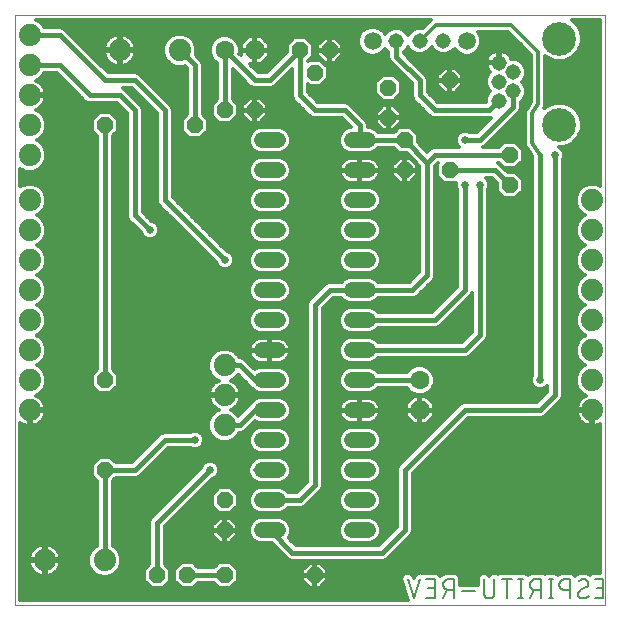
<source format=gbl>
G75*
%MOIN*%
%OFA0B0*%
%FSLAX25Y25*%
%IPPOS*%
%LPD*%
%AMOC8*
5,1,8,0,0,1.08239X$1,22.5*
%
%ADD10C,0.00000*%
%ADD11C,0.00600*%
%ADD12OC8,0.05200*%
%ADD13C,0.06300*%
%ADD14OC8,0.06300*%
%ADD15C,0.07400*%
%ADD16C,0.05150*%
%ADD17C,0.11220*%
%ADD18C,0.05200*%
%ADD19C,0.05937*%
%ADD20C,0.01600*%
%ADD21C,0.01200*%
%ADD22C,0.02578*%
D10*
X0006600Y0006600D02*
X0006600Y0203450D01*
X0203450Y0203450D01*
X0203450Y0006600D01*
X0006600Y0006600D01*
D11*
X0137565Y0015300D02*
X0139699Y0008900D01*
X0141832Y0015300D01*
X0143749Y0015300D02*
X0146593Y0015300D01*
X0146593Y0008900D01*
X0143749Y0008900D01*
X0144460Y0012456D02*
X0146593Y0012456D01*
X0150795Y0011744D02*
X0149373Y0008900D01*
X0151150Y0011744D02*
X0152928Y0011744D01*
X0151150Y0011744D02*
X0151067Y0011746D01*
X0150984Y0011752D01*
X0150901Y0011762D01*
X0150818Y0011775D01*
X0150737Y0011793D01*
X0150656Y0011814D01*
X0150577Y0011839D01*
X0150499Y0011868D01*
X0150422Y0011900D01*
X0150347Y0011936D01*
X0150273Y0011975D01*
X0150202Y0012018D01*
X0150132Y0012064D01*
X0150065Y0012114D01*
X0150000Y0012166D01*
X0149938Y0012221D01*
X0149878Y0012280D01*
X0149821Y0012341D01*
X0149767Y0012404D01*
X0149716Y0012470D01*
X0149669Y0012539D01*
X0149624Y0012609D01*
X0149583Y0012682D01*
X0149546Y0012756D01*
X0149511Y0012832D01*
X0149481Y0012910D01*
X0149454Y0012988D01*
X0149431Y0013069D01*
X0149411Y0013150D01*
X0149396Y0013232D01*
X0149384Y0013314D01*
X0149376Y0013397D01*
X0149372Y0013480D01*
X0149372Y0013564D01*
X0149376Y0013647D01*
X0149384Y0013730D01*
X0149396Y0013812D01*
X0149411Y0013894D01*
X0149431Y0013975D01*
X0149454Y0014056D01*
X0149481Y0014134D01*
X0149511Y0014212D01*
X0149546Y0014288D01*
X0149583Y0014362D01*
X0149624Y0014435D01*
X0149669Y0014505D01*
X0149716Y0014574D01*
X0149767Y0014640D01*
X0149821Y0014703D01*
X0149878Y0014764D01*
X0149938Y0014823D01*
X0150000Y0014878D01*
X0150065Y0014930D01*
X0150132Y0014980D01*
X0150202Y0015026D01*
X0150273Y0015069D01*
X0150347Y0015108D01*
X0150422Y0015144D01*
X0150499Y0015176D01*
X0150577Y0015205D01*
X0150656Y0015230D01*
X0150737Y0015251D01*
X0150818Y0015269D01*
X0150901Y0015282D01*
X0150984Y0015292D01*
X0151067Y0015298D01*
X0151150Y0015300D01*
X0152928Y0015300D01*
X0152928Y0008900D01*
X0155822Y0011389D02*
X0160089Y0011389D01*
X0162947Y0010678D02*
X0162947Y0015300D01*
X0166503Y0015300D02*
X0166503Y0010678D01*
X0166501Y0010595D01*
X0166495Y0010512D01*
X0166485Y0010429D01*
X0166472Y0010346D01*
X0166454Y0010265D01*
X0166433Y0010184D01*
X0166408Y0010105D01*
X0166379Y0010027D01*
X0166347Y0009950D01*
X0166311Y0009875D01*
X0166272Y0009801D01*
X0166229Y0009730D01*
X0166183Y0009660D01*
X0166133Y0009593D01*
X0166081Y0009528D01*
X0166026Y0009466D01*
X0165967Y0009406D01*
X0165906Y0009349D01*
X0165843Y0009295D01*
X0165777Y0009244D01*
X0165708Y0009197D01*
X0165638Y0009152D01*
X0165565Y0009111D01*
X0165491Y0009074D01*
X0165415Y0009039D01*
X0165337Y0009009D01*
X0165259Y0008982D01*
X0165178Y0008959D01*
X0165097Y0008939D01*
X0165015Y0008924D01*
X0164933Y0008912D01*
X0164850Y0008904D01*
X0164767Y0008900D01*
X0164683Y0008900D01*
X0164600Y0008904D01*
X0164517Y0008912D01*
X0164435Y0008924D01*
X0164353Y0008939D01*
X0164272Y0008959D01*
X0164191Y0008982D01*
X0164113Y0009009D01*
X0164035Y0009039D01*
X0163959Y0009074D01*
X0163885Y0009111D01*
X0163812Y0009152D01*
X0163742Y0009197D01*
X0163673Y0009244D01*
X0163607Y0009295D01*
X0163544Y0009349D01*
X0163483Y0009406D01*
X0163424Y0009466D01*
X0163369Y0009528D01*
X0163317Y0009593D01*
X0163267Y0009660D01*
X0163221Y0009730D01*
X0163178Y0009801D01*
X0163139Y0009875D01*
X0163103Y0009950D01*
X0163071Y0010027D01*
X0163042Y0010105D01*
X0163017Y0010184D01*
X0162996Y0010265D01*
X0162978Y0010346D01*
X0162965Y0010429D01*
X0162955Y0010512D01*
X0162949Y0010595D01*
X0162947Y0010678D01*
X0168896Y0015300D02*
X0172452Y0015300D01*
X0170674Y0015300D02*
X0170674Y0008900D01*
X0174476Y0008900D02*
X0175898Y0008900D01*
X0175187Y0008900D02*
X0175187Y0015300D01*
X0175898Y0015300D02*
X0174476Y0015300D01*
X0180074Y0015300D02*
X0181852Y0015300D01*
X0181852Y0008900D01*
X0184528Y0008900D02*
X0185950Y0008900D01*
X0185239Y0008900D02*
X0185239Y0015300D01*
X0185950Y0015300D02*
X0184528Y0015300D01*
X0181852Y0011744D02*
X0180074Y0011744D01*
X0179719Y0011744D02*
X0178296Y0008900D01*
X0180074Y0011744D02*
X0179991Y0011746D01*
X0179908Y0011752D01*
X0179825Y0011762D01*
X0179742Y0011775D01*
X0179661Y0011793D01*
X0179580Y0011814D01*
X0179501Y0011839D01*
X0179423Y0011868D01*
X0179346Y0011900D01*
X0179271Y0011936D01*
X0179197Y0011975D01*
X0179126Y0012018D01*
X0179056Y0012064D01*
X0178989Y0012114D01*
X0178924Y0012166D01*
X0178862Y0012221D01*
X0178802Y0012280D01*
X0178745Y0012341D01*
X0178691Y0012404D01*
X0178640Y0012470D01*
X0178593Y0012539D01*
X0178548Y0012609D01*
X0178507Y0012682D01*
X0178470Y0012756D01*
X0178435Y0012832D01*
X0178405Y0012910D01*
X0178378Y0012988D01*
X0178355Y0013069D01*
X0178335Y0013150D01*
X0178320Y0013232D01*
X0178308Y0013314D01*
X0178300Y0013397D01*
X0178296Y0013480D01*
X0178296Y0013564D01*
X0178300Y0013647D01*
X0178308Y0013730D01*
X0178320Y0013812D01*
X0178335Y0013894D01*
X0178355Y0013975D01*
X0178378Y0014056D01*
X0178405Y0014134D01*
X0178435Y0014212D01*
X0178470Y0014288D01*
X0178507Y0014362D01*
X0178548Y0014435D01*
X0178593Y0014505D01*
X0178640Y0014574D01*
X0178691Y0014640D01*
X0178745Y0014703D01*
X0178802Y0014764D01*
X0178862Y0014823D01*
X0178924Y0014878D01*
X0178989Y0014930D01*
X0179056Y0014980D01*
X0179126Y0015026D01*
X0179197Y0015069D01*
X0179271Y0015108D01*
X0179346Y0015144D01*
X0179423Y0015176D01*
X0179501Y0015205D01*
X0179580Y0015230D01*
X0179661Y0015251D01*
X0179742Y0015269D01*
X0179825Y0015282D01*
X0179908Y0015292D01*
X0179991Y0015298D01*
X0180074Y0015300D01*
X0189874Y0015300D02*
X0191651Y0015300D01*
X0191651Y0008900D01*
X0191651Y0011744D02*
X0189874Y0011744D01*
X0189791Y0011746D01*
X0189708Y0011752D01*
X0189625Y0011762D01*
X0189542Y0011775D01*
X0189461Y0011793D01*
X0189380Y0011814D01*
X0189301Y0011839D01*
X0189223Y0011868D01*
X0189146Y0011900D01*
X0189071Y0011936D01*
X0188997Y0011975D01*
X0188926Y0012018D01*
X0188856Y0012064D01*
X0188789Y0012114D01*
X0188724Y0012166D01*
X0188662Y0012221D01*
X0188602Y0012280D01*
X0188545Y0012341D01*
X0188491Y0012404D01*
X0188440Y0012470D01*
X0188393Y0012539D01*
X0188348Y0012609D01*
X0188307Y0012682D01*
X0188270Y0012756D01*
X0188235Y0012832D01*
X0188205Y0012910D01*
X0188178Y0012988D01*
X0188155Y0013069D01*
X0188135Y0013150D01*
X0188120Y0013232D01*
X0188108Y0013314D01*
X0188100Y0013397D01*
X0188096Y0013480D01*
X0188096Y0013564D01*
X0188100Y0013647D01*
X0188108Y0013730D01*
X0188120Y0013812D01*
X0188135Y0013894D01*
X0188155Y0013975D01*
X0188178Y0014056D01*
X0188205Y0014134D01*
X0188235Y0014212D01*
X0188270Y0014288D01*
X0188307Y0014362D01*
X0188348Y0014435D01*
X0188393Y0014505D01*
X0188440Y0014574D01*
X0188491Y0014640D01*
X0188545Y0014703D01*
X0188602Y0014764D01*
X0188662Y0014823D01*
X0188724Y0014878D01*
X0188789Y0014930D01*
X0188856Y0014980D01*
X0188926Y0015026D01*
X0188997Y0015069D01*
X0189071Y0015108D01*
X0189146Y0015144D01*
X0189223Y0015176D01*
X0189301Y0015205D01*
X0189380Y0015230D01*
X0189461Y0015251D01*
X0189542Y0015269D01*
X0189625Y0015282D01*
X0189708Y0015292D01*
X0189791Y0015298D01*
X0189874Y0015300D01*
X0195044Y0011567D02*
X0197000Y0012633D01*
X0196289Y0015300D02*
X0196188Y0015298D01*
X0196087Y0015292D01*
X0195987Y0015283D01*
X0195887Y0015269D01*
X0195787Y0015252D01*
X0195688Y0015232D01*
X0195591Y0015207D01*
X0195494Y0015179D01*
X0195398Y0015147D01*
X0195303Y0015111D01*
X0195210Y0015072D01*
X0195119Y0015030D01*
X0195029Y0014984D01*
X0194941Y0014934D01*
X0194855Y0014882D01*
X0194771Y0014826D01*
X0194689Y0014767D01*
X0196999Y0012634D02*
X0197063Y0012674D01*
X0197124Y0012717D01*
X0197183Y0012763D01*
X0197240Y0012812D01*
X0197294Y0012864D01*
X0197345Y0012918D01*
X0197393Y0012976D01*
X0197439Y0013035D01*
X0197481Y0013097D01*
X0197520Y0013162D01*
X0197555Y0013228D01*
X0197587Y0013295D01*
X0197616Y0013365D01*
X0197641Y0013435D01*
X0197662Y0013507D01*
X0197679Y0013580D01*
X0197693Y0013654D01*
X0197702Y0013728D01*
X0197708Y0013803D01*
X0197710Y0013878D01*
X0197711Y0013878D02*
X0197709Y0013952D01*
X0197703Y0014027D01*
X0197693Y0014100D01*
X0197680Y0014174D01*
X0197663Y0014246D01*
X0197641Y0014317D01*
X0197617Y0014388D01*
X0197588Y0014456D01*
X0197556Y0014524D01*
X0197520Y0014589D01*
X0197482Y0014652D01*
X0197439Y0014714D01*
X0197394Y0014773D01*
X0197346Y0014830D01*
X0197295Y0014884D01*
X0197241Y0014935D01*
X0197184Y0014983D01*
X0197125Y0015028D01*
X0197063Y0015071D01*
X0197000Y0015109D01*
X0196935Y0015145D01*
X0196867Y0015177D01*
X0196799Y0015206D01*
X0196728Y0015230D01*
X0196657Y0015252D01*
X0196585Y0015269D01*
X0196511Y0015282D01*
X0196438Y0015292D01*
X0196363Y0015298D01*
X0196289Y0015300D01*
X0199956Y0015300D02*
X0202800Y0015300D01*
X0202800Y0008900D01*
X0199956Y0008900D01*
X0200667Y0012456D02*
X0202800Y0012456D01*
X0197888Y0009789D02*
X0197811Y0009714D01*
X0197731Y0009641D01*
X0197648Y0009572D01*
X0197563Y0009505D01*
X0197476Y0009442D01*
X0197387Y0009382D01*
X0197295Y0009325D01*
X0197202Y0009271D01*
X0197106Y0009221D01*
X0197009Y0009174D01*
X0196910Y0009131D01*
X0196810Y0009091D01*
X0196709Y0009055D01*
X0196606Y0009023D01*
X0196502Y0008994D01*
X0196397Y0008969D01*
X0196291Y0008948D01*
X0196185Y0008931D01*
X0196078Y0008917D01*
X0195970Y0008908D01*
X0195863Y0008902D01*
X0195755Y0008900D01*
X0195681Y0008902D01*
X0195606Y0008908D01*
X0195533Y0008918D01*
X0195459Y0008931D01*
X0195387Y0008948D01*
X0195316Y0008970D01*
X0195245Y0008994D01*
X0195177Y0009023D01*
X0195109Y0009055D01*
X0195044Y0009091D01*
X0194981Y0009129D01*
X0194919Y0009172D01*
X0194860Y0009217D01*
X0194803Y0009265D01*
X0194749Y0009316D01*
X0194698Y0009370D01*
X0194650Y0009427D01*
X0194605Y0009486D01*
X0194562Y0009548D01*
X0194524Y0009611D01*
X0194488Y0009676D01*
X0194456Y0009744D01*
X0194427Y0009812D01*
X0194403Y0009883D01*
X0194381Y0009954D01*
X0194364Y0010026D01*
X0194351Y0010100D01*
X0194341Y0010173D01*
X0194335Y0010248D01*
X0194333Y0010322D01*
X0194335Y0010397D01*
X0194341Y0010472D01*
X0194350Y0010546D01*
X0194364Y0010620D01*
X0194381Y0010693D01*
X0194402Y0010765D01*
X0194427Y0010835D01*
X0194456Y0010905D01*
X0194488Y0010972D01*
X0194523Y0011038D01*
X0194562Y0011103D01*
X0194604Y0011165D01*
X0194650Y0011224D01*
X0194698Y0011282D01*
X0194749Y0011336D01*
X0194803Y0011388D01*
X0194860Y0011437D01*
X0194919Y0011483D01*
X0194980Y0011526D01*
X0195044Y0011566D01*
D12*
X0106600Y0016600D03*
X0076600Y0016600D03*
X0064100Y0016600D03*
X0054100Y0016600D03*
X0076600Y0031600D03*
X0076600Y0041600D03*
X0036600Y0051600D03*
X0036600Y0081600D03*
X0036600Y0166600D03*
X0066600Y0166600D03*
X0076600Y0171600D03*
X0086600Y0171600D03*
X0101600Y0191600D03*
X0106600Y0184100D03*
X0111600Y0191600D03*
X0131100Y0179100D03*
X0131100Y0169100D03*
X0136600Y0161600D03*
X0136600Y0151600D03*
X0151600Y0151600D03*
X0171600Y0146600D03*
X0171600Y0156600D03*
X0151600Y0181600D03*
D13*
X0076600Y0191600D03*
X0141600Y0081600D03*
D14*
X0141600Y0071600D03*
X0086600Y0191600D03*
D15*
X0061600Y0191600D03*
X0041600Y0191600D03*
X0011600Y0186600D03*
X0011600Y0176600D03*
X0011600Y0166600D03*
X0011600Y0156600D03*
X0011600Y0141600D03*
X0011600Y0131600D03*
X0011600Y0121600D03*
X0011600Y0111600D03*
X0011600Y0101600D03*
X0011600Y0091600D03*
X0011600Y0081600D03*
X0011600Y0071600D03*
X0016600Y0021600D03*
X0036600Y0021600D03*
X0076600Y0066600D03*
X0076600Y0076600D03*
X0076600Y0086600D03*
X0011600Y0196600D03*
X0199100Y0141600D03*
X0199100Y0131600D03*
X0199100Y0121600D03*
X0199100Y0111600D03*
X0199100Y0101600D03*
X0199100Y0091600D03*
X0199100Y0081600D03*
X0199100Y0071600D03*
D16*
X0168021Y0174801D03*
X0172746Y0177950D03*
X0168021Y0181100D03*
X0172746Y0184250D03*
X0168021Y0187399D03*
X0149474Y0194600D03*
X0141600Y0194600D03*
X0133726Y0194600D03*
D17*
X0188100Y0195470D03*
X0188100Y0166730D03*
D18*
X0124200Y0161600D02*
X0119000Y0161600D01*
X0119000Y0151600D02*
X0124200Y0151600D01*
X0124200Y0141600D02*
X0119000Y0141600D01*
X0119000Y0131600D02*
X0124200Y0131600D01*
X0124200Y0121600D02*
X0119000Y0121600D01*
X0119000Y0111600D02*
X0124200Y0111600D01*
X0124200Y0101600D02*
X0119000Y0101600D01*
X0119000Y0091600D02*
X0124200Y0091600D01*
X0124200Y0081600D02*
X0119000Y0081600D01*
X0119000Y0071600D02*
X0124200Y0071600D01*
X0124200Y0061600D02*
X0119000Y0061600D01*
X0119000Y0051600D02*
X0124200Y0051600D01*
X0124200Y0041600D02*
X0119000Y0041600D01*
X0119000Y0031600D02*
X0124200Y0031600D01*
X0094200Y0031600D02*
X0089000Y0031600D01*
X0089000Y0041600D02*
X0094200Y0041600D01*
X0094200Y0051600D02*
X0089000Y0051600D01*
X0089000Y0061600D02*
X0094200Y0061600D01*
X0094200Y0071600D02*
X0089000Y0071600D01*
X0089000Y0081600D02*
X0094200Y0081600D01*
X0094200Y0091600D02*
X0089000Y0091600D01*
X0089000Y0101600D02*
X0094200Y0101600D01*
X0094200Y0111600D02*
X0089000Y0111600D01*
X0089000Y0121600D02*
X0094200Y0121600D01*
X0094200Y0131600D02*
X0089000Y0131600D01*
X0089000Y0141600D02*
X0094200Y0141600D01*
X0094200Y0151600D02*
X0089000Y0151600D01*
X0089000Y0161600D02*
X0094200Y0161600D01*
D19*
X0125852Y0194600D03*
X0157348Y0194600D03*
D20*
X0141600Y0181600D02*
X0133726Y0189474D01*
X0133726Y0194600D01*
X0141600Y0181600D02*
X0141600Y0176600D01*
X0146600Y0171600D01*
X0164820Y0171600D01*
X0168021Y0174801D01*
X0172746Y0172746D02*
X0161600Y0161600D01*
X0156600Y0161600D01*
X0151600Y0151600D02*
X0166600Y0151600D01*
X0171600Y0146600D01*
X0171600Y0156600D02*
X0146600Y0156600D01*
X0144100Y0154100D01*
X0136600Y0161600D01*
X0121600Y0161600D01*
X0121600Y0166600D01*
X0116600Y0171600D01*
X0106600Y0171600D01*
X0101600Y0176600D01*
X0101600Y0191600D01*
X0091600Y0181600D01*
X0086600Y0181600D01*
X0076600Y0191600D01*
X0076600Y0171600D01*
X0066600Y0166600D02*
X0066600Y0186600D01*
X0061600Y0191600D01*
X0046600Y0181600D02*
X0056600Y0171600D01*
X0056600Y0141600D01*
X0076600Y0121600D01*
X0051600Y0131600D02*
X0046600Y0136600D01*
X0046600Y0171600D01*
X0041600Y0176600D01*
X0031600Y0176600D01*
X0021600Y0186600D01*
X0011600Y0186600D01*
X0011600Y0196600D02*
X0021600Y0196600D01*
X0036600Y0181600D01*
X0046600Y0181600D01*
X0036600Y0166600D02*
X0036600Y0081600D01*
X0056600Y0061600D02*
X0066600Y0061600D01*
X0076600Y0066600D02*
X0081600Y0066600D01*
X0086600Y0071600D01*
X0091600Y0071600D01*
X0091600Y0081600D02*
X0086600Y0081600D01*
X0081600Y0086600D01*
X0076600Y0086600D01*
X0056600Y0061600D02*
X0046600Y0051600D01*
X0036600Y0051600D01*
X0036600Y0021600D01*
X0054100Y0016600D02*
X0054100Y0034100D01*
X0071600Y0051600D01*
X0091600Y0041600D02*
X0101600Y0041600D01*
X0106600Y0046600D01*
X0106600Y0106600D01*
X0111600Y0111600D01*
X0121600Y0111600D01*
X0139100Y0111600D01*
X0144100Y0116600D01*
X0144100Y0154100D01*
X0156600Y0146600D02*
X0156600Y0111600D01*
X0146600Y0101600D01*
X0121600Y0101600D01*
X0121600Y0091600D02*
X0156600Y0091600D01*
X0161600Y0096600D01*
X0161600Y0146600D01*
X0181600Y0156600D02*
X0181600Y0081600D01*
X0186600Y0076600D02*
X0186600Y0156600D01*
X0172746Y0172746D02*
X0172746Y0177950D01*
X0141600Y0081600D02*
X0121600Y0081600D01*
X0136600Y0051600D02*
X0156600Y0071600D01*
X0181600Y0071600D01*
X0186600Y0076600D01*
X0136600Y0051600D02*
X0136600Y0031600D01*
X0129100Y0024100D01*
X0099100Y0024100D01*
X0091600Y0031600D01*
X0076600Y0016600D02*
X0064100Y0016600D01*
D21*
X0067514Y0013791D02*
X0073186Y0013791D01*
X0072977Y0014000D02*
X0074777Y0012200D01*
X0078423Y0012200D01*
X0081000Y0014777D01*
X0081000Y0018423D01*
X0078423Y0021000D01*
X0074777Y0021000D01*
X0072977Y0019200D01*
X0067723Y0019200D01*
X0065923Y0021000D01*
X0062277Y0021000D01*
X0059700Y0018423D01*
X0059700Y0014777D01*
X0062277Y0012200D01*
X0065923Y0012200D01*
X0067723Y0014000D01*
X0072977Y0014000D01*
X0074385Y0012593D02*
X0066315Y0012593D01*
X0061885Y0012593D02*
X0056315Y0012593D01*
X0055923Y0012200D02*
X0058500Y0014777D01*
X0058500Y0018423D01*
X0056700Y0020223D01*
X0056700Y0033023D01*
X0072188Y0048511D01*
X0072214Y0048511D01*
X0073350Y0048981D01*
X0074219Y0049850D01*
X0074689Y0050986D01*
X0074689Y0052214D01*
X0074219Y0053350D01*
X0073350Y0054219D01*
X0072214Y0054689D01*
X0070986Y0054689D01*
X0069850Y0054219D01*
X0068981Y0053350D01*
X0068511Y0052214D01*
X0068511Y0052188D01*
X0052627Y0036304D01*
X0051896Y0035573D01*
X0051500Y0034617D01*
X0051500Y0020223D01*
X0049700Y0018423D01*
X0049700Y0014777D01*
X0052277Y0012200D01*
X0055923Y0012200D01*
X0057514Y0013791D02*
X0060686Y0013791D01*
X0059700Y0014990D02*
X0058500Y0014990D01*
X0058500Y0016188D02*
X0059700Y0016188D01*
X0059700Y0017387D02*
X0058500Y0017387D01*
X0058337Y0018585D02*
X0059863Y0018585D01*
X0061061Y0019784D02*
X0057139Y0019784D01*
X0056700Y0020982D02*
X0062260Y0020982D01*
X0065940Y0020982D02*
X0074760Y0020982D01*
X0073561Y0019784D02*
X0067139Y0019784D01*
X0074860Y0027400D02*
X0072400Y0029860D01*
X0072400Y0031400D01*
X0076400Y0031400D01*
X0076400Y0031800D01*
X0076400Y0035800D01*
X0074860Y0035800D01*
X0072400Y0033340D01*
X0072400Y0031800D01*
X0076400Y0031800D01*
X0076800Y0031800D01*
X0076800Y0035800D01*
X0078340Y0035800D01*
X0080800Y0033340D01*
X0080800Y0031800D01*
X0076800Y0031800D01*
X0076800Y0031400D01*
X0080800Y0031400D01*
X0080800Y0029860D01*
X0078340Y0027400D01*
X0076800Y0027400D01*
X0076800Y0031400D01*
X0076400Y0031400D01*
X0076400Y0027400D01*
X0074860Y0027400D01*
X0074087Y0028173D02*
X0056700Y0028173D01*
X0056700Y0026975D02*
X0092548Y0026975D01*
X0092323Y0027200D02*
X0096896Y0022627D01*
X0097627Y0021896D01*
X0098583Y0021500D01*
X0129617Y0021500D01*
X0130573Y0021896D01*
X0138073Y0029396D01*
X0138804Y0030127D01*
X0139200Y0031083D01*
X0139200Y0050523D01*
X0157677Y0069000D01*
X0182117Y0069000D01*
X0183073Y0069396D01*
X0188073Y0074396D01*
X0188804Y0075127D01*
X0189200Y0076083D01*
X0189200Y0154832D01*
X0189219Y0154850D01*
X0189689Y0155986D01*
X0189689Y0157214D01*
X0189219Y0158350D01*
X0188350Y0159219D01*
X0188106Y0159320D01*
X0189574Y0159320D01*
X0192298Y0160448D01*
X0194382Y0162532D01*
X0195510Y0165256D01*
X0195510Y0168204D01*
X0194382Y0170927D01*
X0192298Y0173012D01*
X0189574Y0174140D01*
X0186626Y0174140D01*
X0183902Y0173012D01*
X0183137Y0172247D01*
X0183227Y0172464D01*
X0183362Y0172666D01*
X0183408Y0172901D01*
X0183500Y0173123D01*
X0183500Y0173365D01*
X0183547Y0173603D01*
X0183500Y0173838D01*
X0183500Y0189590D01*
X0183902Y0189188D01*
X0186626Y0188060D01*
X0189574Y0188060D01*
X0192298Y0189188D01*
X0194382Y0191273D01*
X0195510Y0193996D01*
X0195510Y0196944D01*
X0194382Y0199668D01*
X0192399Y0201650D01*
X0201650Y0201650D01*
X0201650Y0146497D01*
X0200194Y0147100D01*
X0198006Y0147100D01*
X0195984Y0146263D01*
X0194437Y0144715D01*
X0193600Y0142694D01*
X0193600Y0140506D01*
X0194437Y0138484D01*
X0195984Y0136937D01*
X0196799Y0136600D01*
X0195984Y0136263D01*
X0194437Y0134715D01*
X0193600Y0132694D01*
X0193600Y0130506D01*
X0194437Y0128484D01*
X0195984Y0126937D01*
X0196799Y0126600D01*
X0195984Y0126263D01*
X0194437Y0124715D01*
X0193600Y0122694D01*
X0193600Y0120506D01*
X0194437Y0118484D01*
X0195984Y0116937D01*
X0196799Y0116600D01*
X0195984Y0116263D01*
X0194437Y0114715D01*
X0193600Y0112694D01*
X0193600Y0110506D01*
X0194437Y0108484D01*
X0195984Y0106937D01*
X0196799Y0106600D01*
X0195984Y0106263D01*
X0194437Y0104715D01*
X0193600Y0102694D01*
X0193600Y0100506D01*
X0194437Y0098484D01*
X0195984Y0096937D01*
X0196799Y0096600D01*
X0195984Y0096263D01*
X0194437Y0094715D01*
X0193600Y0092694D01*
X0193600Y0090506D01*
X0194437Y0088484D01*
X0195984Y0086937D01*
X0196799Y0086600D01*
X0195984Y0086263D01*
X0194437Y0084715D01*
X0193600Y0082694D01*
X0193600Y0080506D01*
X0194437Y0078484D01*
X0195984Y0076937D01*
X0197042Y0076499D01*
X0196322Y0076133D01*
X0195647Y0075643D01*
X0195057Y0075053D01*
X0194567Y0074378D01*
X0194188Y0073634D01*
X0193930Y0072841D01*
X0193800Y0072017D01*
X0193800Y0072000D01*
X0198700Y0072000D01*
X0198700Y0071200D01*
X0199500Y0071200D01*
X0199500Y0066300D01*
X0199517Y0066300D01*
X0200341Y0066430D01*
X0201134Y0066688D01*
X0201650Y0066951D01*
X0201650Y0017400D01*
X0199086Y0017400D01*
X0198407Y0016722D01*
X0197232Y0017400D01*
X0195419Y0017400D01*
X0195370Y0017352D01*
X0194047Y0016911D01*
X0193455Y0016466D01*
X0192521Y0017400D01*
X0188835Y0017400D01*
X0187557Y0016662D01*
X0186820Y0017400D01*
X0183658Y0017400D01*
X0183190Y0016932D01*
X0182722Y0017400D01*
X0179035Y0017400D01*
X0177598Y0016570D01*
X0176768Y0017400D01*
X0173606Y0017400D01*
X0173464Y0017258D01*
X0173322Y0017400D01*
X0168026Y0017400D01*
X0167700Y0017073D01*
X0167373Y0017400D01*
X0165633Y0017400D01*
X0164725Y0016492D01*
X0163817Y0017400D01*
X0162078Y0017400D01*
X0160847Y0016170D01*
X0160847Y0013489D01*
X0155028Y0013489D01*
X0155028Y0016170D01*
X0153798Y0017400D01*
X0150111Y0017400D01*
X0148432Y0016431D01*
X0147463Y0017400D01*
X0142879Y0017400D01*
X0142702Y0017223D01*
X0141671Y0017567D01*
X0140115Y0016789D01*
X0139699Y0015541D01*
X0139283Y0016789D01*
X0137727Y0017567D01*
X0136076Y0017017D01*
X0135298Y0015461D01*
X0137485Y0008900D01*
X0137432Y0008739D01*
X0137601Y0008400D01*
X0008400Y0008400D01*
X0008400Y0067374D01*
X0008822Y0067067D01*
X0009566Y0066688D01*
X0010359Y0066430D01*
X0011183Y0066300D01*
X0011200Y0066300D01*
X0011200Y0071200D01*
X0012000Y0071200D01*
X0012000Y0072000D01*
X0016900Y0072000D01*
X0016900Y0072017D01*
X0016769Y0072841D01*
X0016512Y0073634D01*
X0016133Y0074378D01*
X0015643Y0075053D01*
X0015053Y0075643D01*
X0014378Y0076133D01*
X0013658Y0076499D01*
X0014715Y0076937D01*
X0016263Y0078484D01*
X0017100Y0080506D01*
X0017100Y0082694D01*
X0016263Y0084715D01*
X0014715Y0086263D01*
X0013901Y0086600D01*
X0014715Y0086937D01*
X0016263Y0088484D01*
X0017100Y0090506D01*
X0017100Y0092694D01*
X0016263Y0094715D01*
X0014715Y0096263D01*
X0013901Y0096600D01*
X0014715Y0096937D01*
X0016263Y0098484D01*
X0017100Y0100506D01*
X0017100Y0102694D01*
X0016263Y0104715D01*
X0014715Y0106263D01*
X0013901Y0106600D01*
X0014715Y0106937D01*
X0016263Y0108484D01*
X0017100Y0110506D01*
X0017100Y0112694D01*
X0016263Y0114715D01*
X0014715Y0116263D01*
X0013901Y0116600D01*
X0014715Y0116937D01*
X0016263Y0118484D01*
X0017100Y0120506D01*
X0017100Y0122694D01*
X0016263Y0124715D01*
X0014715Y0126263D01*
X0013901Y0126600D01*
X0014715Y0126937D01*
X0016263Y0128484D01*
X0017100Y0130506D01*
X0017100Y0132694D01*
X0016263Y0134715D01*
X0014715Y0136263D01*
X0013901Y0136600D01*
X0014715Y0136937D01*
X0016263Y0138484D01*
X0017100Y0140506D01*
X0017100Y0142694D01*
X0016263Y0144715D01*
X0014715Y0146263D01*
X0012694Y0147100D01*
X0010506Y0147100D01*
X0008484Y0146263D01*
X0008400Y0146178D01*
X0008400Y0152022D01*
X0008484Y0151937D01*
X0010506Y0151100D01*
X0012694Y0151100D01*
X0014715Y0151937D01*
X0016263Y0153484D01*
X0017100Y0155506D01*
X0017100Y0157694D01*
X0016263Y0159715D01*
X0014715Y0161263D01*
X0013901Y0161600D01*
X0014715Y0161937D01*
X0016263Y0163484D01*
X0017100Y0165506D01*
X0017100Y0167694D01*
X0016263Y0169715D01*
X0014715Y0171263D01*
X0013658Y0171701D01*
X0014378Y0172067D01*
X0015053Y0172557D01*
X0015643Y0173147D01*
X0016133Y0173822D01*
X0016512Y0174566D01*
X0016769Y0175359D01*
X0016900Y0176183D01*
X0016900Y0176200D01*
X0012000Y0176200D01*
X0012000Y0177000D01*
X0016900Y0177000D01*
X0016900Y0177017D01*
X0016769Y0177841D01*
X0016512Y0178634D01*
X0016133Y0179378D01*
X0015643Y0180053D01*
X0015053Y0180643D01*
X0014378Y0181133D01*
X0013658Y0181499D01*
X0014715Y0181937D01*
X0016263Y0183484D01*
X0016476Y0184000D01*
X0020523Y0184000D01*
X0030127Y0174396D01*
X0031083Y0174000D01*
X0040523Y0174000D01*
X0044000Y0170523D01*
X0044000Y0136083D01*
X0044396Y0135127D01*
X0045127Y0134396D01*
X0048511Y0131012D01*
X0048511Y0130986D01*
X0048981Y0129850D01*
X0049850Y0128981D01*
X0050986Y0128511D01*
X0052214Y0128511D01*
X0053350Y0128981D01*
X0054219Y0129850D01*
X0054689Y0130986D01*
X0054689Y0132214D01*
X0054219Y0133350D01*
X0053350Y0134219D01*
X0052214Y0134689D01*
X0052188Y0134689D01*
X0049200Y0137677D01*
X0049200Y0172117D01*
X0048804Y0173073D01*
X0048073Y0173804D01*
X0043073Y0178804D01*
X0042600Y0179000D01*
X0045523Y0179000D01*
X0054000Y0170523D01*
X0054000Y0141083D01*
X0054396Y0140127D01*
X0073511Y0121012D01*
X0073511Y0120986D01*
X0073981Y0119850D01*
X0074850Y0118981D01*
X0075986Y0118511D01*
X0077214Y0118511D01*
X0078350Y0118981D01*
X0079219Y0119850D01*
X0079689Y0120986D01*
X0079689Y0122214D01*
X0079219Y0123350D01*
X0078350Y0124219D01*
X0077214Y0124689D01*
X0077188Y0124689D01*
X0059200Y0142677D01*
X0059200Y0172117D01*
X0058804Y0173073D01*
X0058073Y0173804D01*
X0048073Y0183804D01*
X0047117Y0184200D01*
X0037677Y0184200D01*
X0023073Y0198804D01*
X0022117Y0199200D01*
X0016476Y0199200D01*
X0016263Y0199715D01*
X0014715Y0201263D01*
X0013779Y0201650D01*
X0145256Y0201650D01*
X0142548Y0198942D01*
X0142470Y0198975D01*
X0140730Y0198975D01*
X0139122Y0198309D01*
X0137891Y0197078D01*
X0137663Y0196527D01*
X0137435Y0197078D01*
X0136204Y0198309D01*
X0134596Y0198975D01*
X0132856Y0198975D01*
X0131248Y0198309D01*
X0130017Y0197078D01*
X0130002Y0197041D01*
X0129895Y0197301D01*
X0128553Y0198643D01*
X0126800Y0199368D01*
X0124903Y0199368D01*
X0123151Y0198643D01*
X0121809Y0197301D01*
X0121083Y0195549D01*
X0121083Y0193651D01*
X0121809Y0191899D01*
X0123151Y0190557D01*
X0124903Y0189831D01*
X0126800Y0189831D01*
X0128553Y0190557D01*
X0129895Y0191899D01*
X0130002Y0192158D01*
X0130017Y0192122D01*
X0131126Y0191013D01*
X0131126Y0188957D01*
X0131522Y0188001D01*
X0132253Y0187270D01*
X0139000Y0180523D01*
X0139000Y0176083D01*
X0139396Y0175127D01*
X0140127Y0174396D01*
X0145127Y0169396D01*
X0146083Y0169000D01*
X0165323Y0169000D01*
X0160523Y0164200D01*
X0158368Y0164200D01*
X0158350Y0164219D01*
X0157214Y0164689D01*
X0155986Y0164689D01*
X0154850Y0164219D01*
X0153981Y0163350D01*
X0153511Y0162214D01*
X0153511Y0160986D01*
X0153981Y0159850D01*
X0154632Y0159200D01*
X0146083Y0159200D01*
X0145127Y0158804D01*
X0144396Y0158073D01*
X0144100Y0157777D01*
X0141000Y0160877D01*
X0141000Y0163423D01*
X0138423Y0166000D01*
X0134777Y0166000D01*
X0132977Y0164200D01*
X0127823Y0164200D01*
X0126692Y0165330D01*
X0125075Y0166000D01*
X0124200Y0166000D01*
X0124200Y0167117D01*
X0123804Y0168073D01*
X0123073Y0168804D01*
X0118073Y0173804D01*
X0117117Y0174200D01*
X0107677Y0174200D01*
X0104200Y0177677D01*
X0104200Y0180277D01*
X0104777Y0179700D01*
X0108423Y0179700D01*
X0111000Y0182277D01*
X0111000Y0185923D01*
X0108423Y0188500D01*
X0104777Y0188500D01*
X0104200Y0187923D01*
X0104200Y0187977D01*
X0106000Y0189777D01*
X0106000Y0193423D01*
X0103423Y0196000D01*
X0099777Y0196000D01*
X0097200Y0193423D01*
X0097200Y0190877D01*
X0090523Y0184200D01*
X0087677Y0184200D01*
X0085027Y0186850D01*
X0086400Y0186850D01*
X0086400Y0191400D01*
X0081850Y0191400D01*
X0081850Y0190027D01*
X0081466Y0190411D01*
X0081550Y0190615D01*
X0081550Y0192585D01*
X0080796Y0194404D01*
X0079404Y0195796D01*
X0077585Y0196550D01*
X0075615Y0196550D01*
X0073796Y0195796D01*
X0072404Y0194404D01*
X0071650Y0192585D01*
X0071650Y0190615D01*
X0072404Y0188796D01*
X0073796Y0187404D01*
X0074000Y0187319D01*
X0074000Y0175223D01*
X0072200Y0173423D01*
X0072200Y0169777D01*
X0074777Y0167200D01*
X0078423Y0167200D01*
X0081000Y0169777D01*
X0081000Y0173423D01*
X0079200Y0175223D01*
X0079200Y0185323D01*
X0084396Y0180127D01*
X0085127Y0179396D01*
X0086083Y0179000D01*
X0092117Y0179000D01*
X0093073Y0179396D01*
X0099000Y0185323D01*
X0099000Y0176083D01*
X0099396Y0175127D01*
X0104396Y0170127D01*
X0105127Y0169396D01*
X0106083Y0169000D01*
X0115523Y0169000D01*
X0118523Y0166000D01*
X0118125Y0166000D01*
X0116508Y0165330D01*
X0115270Y0164092D01*
X0114600Y0162475D01*
X0114600Y0160725D01*
X0115270Y0159108D01*
X0116508Y0157870D01*
X0118125Y0157200D01*
X0125075Y0157200D01*
X0126692Y0157870D01*
X0127823Y0159000D01*
X0132977Y0159000D01*
X0134777Y0157200D01*
X0137323Y0157200D01*
X0141500Y0153023D01*
X0141500Y0117677D01*
X0138023Y0114200D01*
X0127823Y0114200D01*
X0126692Y0115330D01*
X0125075Y0116000D01*
X0118125Y0116000D01*
X0116508Y0115330D01*
X0115377Y0114200D01*
X0111083Y0114200D01*
X0110127Y0113804D01*
X0109396Y0113073D01*
X0109396Y0113073D01*
X0104396Y0108073D01*
X0104000Y0107117D01*
X0104000Y0047677D01*
X0100523Y0044200D01*
X0097823Y0044200D01*
X0096692Y0045330D01*
X0095075Y0046000D01*
X0088125Y0046000D01*
X0086508Y0045330D01*
X0085270Y0044092D01*
X0084600Y0042475D01*
X0084600Y0040725D01*
X0085270Y0039108D01*
X0086508Y0037870D01*
X0088125Y0037200D01*
X0095075Y0037200D01*
X0096692Y0037870D01*
X0097823Y0039000D01*
X0102117Y0039000D01*
X0103073Y0039396D01*
X0108804Y0045127D01*
X0109200Y0046083D01*
X0109200Y0105523D01*
X0112677Y0109000D01*
X0115377Y0109000D01*
X0116508Y0107870D01*
X0118125Y0107200D01*
X0125075Y0107200D01*
X0126692Y0107870D01*
X0127823Y0109000D01*
X0139617Y0109000D01*
X0140573Y0109396D01*
X0145573Y0114396D01*
X0146304Y0115127D01*
X0146700Y0116083D01*
X0146700Y0153023D01*
X0147677Y0154000D01*
X0147777Y0154000D01*
X0147200Y0153423D01*
X0147200Y0149777D01*
X0149777Y0147200D01*
X0153423Y0147200D01*
X0153563Y0147341D01*
X0153511Y0147214D01*
X0153511Y0145986D01*
X0153981Y0144850D01*
X0154000Y0144832D01*
X0154000Y0112677D01*
X0145523Y0104200D01*
X0127823Y0104200D01*
X0126692Y0105330D01*
X0125075Y0106000D01*
X0118125Y0106000D01*
X0116508Y0105330D01*
X0115270Y0104092D01*
X0114600Y0102475D01*
X0114600Y0100725D01*
X0115270Y0099108D01*
X0116508Y0097870D01*
X0118125Y0097200D01*
X0125075Y0097200D01*
X0126692Y0097870D01*
X0127823Y0099000D01*
X0147117Y0099000D01*
X0148073Y0099396D01*
X0158073Y0109396D01*
X0158804Y0110127D01*
X0159000Y0110600D01*
X0159000Y0097677D01*
X0155523Y0094200D01*
X0127823Y0094200D01*
X0126692Y0095330D01*
X0125075Y0096000D01*
X0118125Y0096000D01*
X0116508Y0095330D01*
X0115270Y0094092D01*
X0114600Y0092475D01*
X0114600Y0090725D01*
X0115270Y0089108D01*
X0116508Y0087870D01*
X0118125Y0087200D01*
X0125075Y0087200D01*
X0126692Y0087870D01*
X0127823Y0089000D01*
X0157117Y0089000D01*
X0158073Y0089396D01*
X0163073Y0094396D01*
X0163804Y0095127D01*
X0164200Y0096083D01*
X0164200Y0144832D01*
X0164219Y0144850D01*
X0164689Y0145986D01*
X0164689Y0147214D01*
X0164219Y0148350D01*
X0163568Y0149000D01*
X0165523Y0149000D01*
X0167200Y0147323D01*
X0167200Y0144777D01*
X0169777Y0142200D01*
X0173423Y0142200D01*
X0176000Y0144777D01*
X0176000Y0148423D01*
X0173423Y0151000D01*
X0170877Y0151000D01*
X0168804Y0153073D01*
X0168073Y0153804D01*
X0167600Y0154000D01*
X0167977Y0154000D01*
X0169777Y0152200D01*
X0173423Y0152200D01*
X0176000Y0154777D01*
X0176000Y0158423D01*
X0173423Y0161000D01*
X0169777Y0161000D01*
X0167977Y0159200D01*
X0162600Y0159200D01*
X0163073Y0159396D01*
X0163804Y0160127D01*
X0163804Y0160127D01*
X0174218Y0170541D01*
X0174218Y0170541D01*
X0174950Y0171273D01*
X0175346Y0172228D01*
X0175346Y0174363D01*
X0176454Y0175472D01*
X0177120Y0177080D01*
X0177120Y0178821D01*
X0176454Y0180429D01*
X0175783Y0181100D01*
X0176454Y0181771D01*
X0177120Y0183379D01*
X0177120Y0185120D01*
X0176454Y0186728D01*
X0175224Y0187958D01*
X0173616Y0188624D01*
X0172013Y0188624D01*
X0171890Y0189002D01*
X0171592Y0189587D01*
X0171206Y0190119D01*
X0170741Y0190584D01*
X0170209Y0190970D01*
X0169624Y0191268D01*
X0168999Y0191471D01*
X0168350Y0191574D01*
X0168209Y0191574D01*
X0168209Y0187587D01*
X0167834Y0187587D01*
X0167834Y0191574D01*
X0167693Y0191574D01*
X0167044Y0191471D01*
X0166419Y0191268D01*
X0165833Y0190970D01*
X0165302Y0190584D01*
X0164837Y0190119D01*
X0164451Y0189587D01*
X0164152Y0189002D01*
X0163949Y0188377D01*
X0163846Y0187728D01*
X0163846Y0187587D01*
X0167834Y0187587D01*
X0167834Y0187212D01*
X0163846Y0187212D01*
X0163846Y0187071D01*
X0163949Y0186422D01*
X0164152Y0185797D01*
X0164451Y0185211D01*
X0164837Y0184680D01*
X0165125Y0184391D01*
X0164312Y0183578D01*
X0163646Y0181970D01*
X0163646Y0180230D01*
X0164312Y0178622D01*
X0164984Y0177950D01*
X0164312Y0177279D01*
X0163646Y0175671D01*
X0163646Y0174200D01*
X0147677Y0174200D01*
X0144200Y0177677D01*
X0144200Y0182117D01*
X0143804Y0183073D01*
X0136326Y0190551D01*
X0136326Y0191013D01*
X0137435Y0192122D01*
X0137663Y0192673D01*
X0137891Y0192122D01*
X0139122Y0190891D01*
X0140730Y0190225D01*
X0142470Y0190225D01*
X0144078Y0190891D01*
X0145309Y0192122D01*
X0145537Y0192673D01*
X0145765Y0192122D01*
X0146996Y0190891D01*
X0148604Y0190225D01*
X0150344Y0190225D01*
X0151952Y0190891D01*
X0153183Y0192122D01*
X0153198Y0192158D01*
X0153305Y0191899D01*
X0154647Y0190557D01*
X0156400Y0189831D01*
X0158297Y0189831D01*
X0160049Y0190557D01*
X0161391Y0191899D01*
X0162117Y0193651D01*
X0162117Y0195549D01*
X0161391Y0197301D01*
X0160992Y0197700D01*
X0171106Y0197700D01*
X0178700Y0190106D01*
X0178700Y0174327D01*
X0177235Y0172129D01*
X0177065Y0171959D01*
X0176973Y0171736D01*
X0176838Y0171534D01*
X0176792Y0171299D01*
X0176700Y0171077D01*
X0176700Y0170835D01*
X0176653Y0170597D01*
X0176700Y0170362D01*
X0176700Y0160873D01*
X0176654Y0160674D01*
X0176700Y0160400D01*
X0176700Y0160123D01*
X0176778Y0159934D01*
X0176812Y0159733D01*
X0176959Y0159497D01*
X0177065Y0159241D01*
X0177210Y0159096D01*
X0179000Y0156232D01*
X0179000Y0083368D01*
X0178981Y0083350D01*
X0178511Y0082214D01*
X0178511Y0080986D01*
X0178981Y0079850D01*
X0179850Y0078981D01*
X0180986Y0078511D01*
X0182214Y0078511D01*
X0183350Y0078981D01*
X0184000Y0079632D01*
X0184000Y0077677D01*
X0180523Y0074200D01*
X0156083Y0074200D01*
X0155127Y0073804D01*
X0154396Y0073073D01*
X0134396Y0053073D01*
X0134000Y0052117D01*
X0134000Y0032677D01*
X0128023Y0026700D01*
X0100177Y0026700D01*
X0097850Y0029027D01*
X0097930Y0029108D01*
X0098600Y0030725D01*
X0098600Y0032475D01*
X0097930Y0034092D01*
X0096692Y0035330D01*
X0095075Y0036000D01*
X0088125Y0036000D01*
X0086508Y0035330D01*
X0085270Y0034092D01*
X0084600Y0032475D01*
X0084600Y0030725D01*
X0085270Y0029108D01*
X0086508Y0027870D01*
X0088125Y0027200D01*
X0092323Y0027200D01*
X0093747Y0025776D02*
X0056700Y0025776D01*
X0056700Y0024578D02*
X0094945Y0024578D01*
X0096144Y0023379D02*
X0056700Y0023379D01*
X0056700Y0022181D02*
X0097342Y0022181D01*
X0099902Y0026975D02*
X0128298Y0026975D01*
X0129496Y0028173D02*
X0126996Y0028173D01*
X0126692Y0027870D02*
X0127930Y0029108D01*
X0128600Y0030725D01*
X0128600Y0032475D01*
X0127930Y0034092D01*
X0126692Y0035330D01*
X0125075Y0036000D01*
X0118125Y0036000D01*
X0116508Y0035330D01*
X0115270Y0034092D01*
X0114600Y0032475D01*
X0114600Y0030725D01*
X0115270Y0029108D01*
X0116508Y0027870D01*
X0118125Y0027200D01*
X0125075Y0027200D01*
X0126692Y0027870D01*
X0128040Y0029372D02*
X0130695Y0029372D01*
X0131893Y0030570D02*
X0128536Y0030570D01*
X0128600Y0031769D02*
X0133092Y0031769D01*
X0134000Y0032967D02*
X0128396Y0032967D01*
X0127857Y0034166D02*
X0134000Y0034166D01*
X0134000Y0035364D02*
X0126610Y0035364D01*
X0125075Y0037200D02*
X0126692Y0037870D01*
X0127930Y0039108D01*
X0128600Y0040725D01*
X0128600Y0042475D01*
X0127930Y0044092D01*
X0126692Y0045330D01*
X0125075Y0046000D01*
X0118125Y0046000D01*
X0116508Y0045330D01*
X0115270Y0044092D01*
X0114600Y0042475D01*
X0114600Y0040725D01*
X0115270Y0039108D01*
X0116508Y0037870D01*
X0118125Y0037200D01*
X0125075Y0037200D01*
X0126430Y0037761D02*
X0134000Y0037761D01*
X0134000Y0036563D02*
X0060240Y0036563D01*
X0061438Y0037761D02*
X0074216Y0037761D01*
X0074777Y0037200D02*
X0072200Y0039777D01*
X0072200Y0043423D01*
X0074777Y0046000D01*
X0078423Y0046000D01*
X0081000Y0043423D01*
X0081000Y0039777D01*
X0078423Y0037200D01*
X0074777Y0037200D01*
X0074425Y0035364D02*
X0059041Y0035364D01*
X0057843Y0034166D02*
X0073226Y0034166D01*
X0072400Y0032967D02*
X0056700Y0032967D01*
X0056700Y0031769D02*
X0076400Y0031769D01*
X0076800Y0031769D02*
X0084600Y0031769D01*
X0084664Y0030570D02*
X0080800Y0030570D01*
X0080311Y0029372D02*
X0085160Y0029372D01*
X0086204Y0028173D02*
X0079113Y0028173D01*
X0076800Y0028173D02*
X0076400Y0028173D01*
X0076400Y0029372D02*
X0076800Y0029372D01*
X0076800Y0030570D02*
X0076400Y0030570D01*
X0076400Y0032967D02*
X0076800Y0032967D01*
X0076800Y0034166D02*
X0076400Y0034166D01*
X0076400Y0035364D02*
X0076800Y0035364D01*
X0078775Y0035364D02*
X0086590Y0035364D01*
X0085343Y0034166D02*
X0079974Y0034166D01*
X0080800Y0032967D02*
X0084804Y0032967D01*
X0086770Y0037761D02*
X0078984Y0037761D01*
X0080182Y0038960D02*
X0085418Y0038960D01*
X0084835Y0040158D02*
X0081000Y0040158D01*
X0081000Y0041357D02*
X0084600Y0041357D01*
X0084633Y0042555D02*
X0081000Y0042555D01*
X0080669Y0043754D02*
X0085130Y0043754D01*
X0086130Y0044952D02*
X0079470Y0044952D01*
X0085270Y0049108D02*
X0086508Y0047870D01*
X0088125Y0047200D01*
X0095075Y0047200D01*
X0096692Y0047870D01*
X0097930Y0049108D01*
X0098600Y0050725D01*
X0098600Y0052475D01*
X0097930Y0054092D01*
X0096692Y0055330D01*
X0095075Y0056000D01*
X0088125Y0056000D01*
X0086508Y0055330D01*
X0085270Y0054092D01*
X0084967Y0053361D01*
X0084565Y0052959D01*
X0084200Y0052077D01*
X0084200Y0051123D01*
X0084565Y0050241D01*
X0084967Y0049839D01*
X0085270Y0049108D01*
X0085005Y0049746D02*
X0074115Y0049746D01*
X0074672Y0050945D02*
X0084274Y0050945D01*
X0084227Y0052143D02*
X0074689Y0052143D01*
X0074222Y0053342D02*
X0084948Y0053342D01*
X0085718Y0054540D02*
X0072573Y0054540D01*
X0070627Y0054540D02*
X0053217Y0054540D01*
X0052019Y0053342D02*
X0068978Y0053342D01*
X0068466Y0052143D02*
X0050820Y0052143D01*
X0049622Y0050945D02*
X0067268Y0050945D01*
X0066069Y0049746D02*
X0048423Y0049746D01*
X0048073Y0049396D02*
X0057677Y0059000D01*
X0064832Y0059000D01*
X0064850Y0058981D01*
X0065986Y0058511D01*
X0067214Y0058511D01*
X0068350Y0058981D01*
X0069219Y0059850D01*
X0069689Y0060986D01*
X0069689Y0062214D01*
X0069219Y0063350D01*
X0068350Y0064219D01*
X0067214Y0064689D01*
X0065986Y0064689D01*
X0064850Y0064219D01*
X0064832Y0064200D01*
X0056083Y0064200D01*
X0055127Y0063804D01*
X0054396Y0063073D01*
X0045523Y0054200D01*
X0040223Y0054200D01*
X0038423Y0056000D01*
X0034777Y0056000D01*
X0032200Y0053423D01*
X0032200Y0049777D01*
X0034000Y0047977D01*
X0034000Y0026476D01*
X0033484Y0026263D01*
X0031937Y0024715D01*
X0031100Y0022694D01*
X0031100Y0020506D01*
X0031937Y0018484D01*
X0033484Y0016937D01*
X0035506Y0016100D01*
X0037694Y0016100D01*
X0039715Y0016937D01*
X0041263Y0018484D01*
X0042100Y0020506D01*
X0042100Y0022694D01*
X0041263Y0024715D01*
X0039715Y0026263D01*
X0039200Y0026476D01*
X0039200Y0047977D01*
X0040223Y0049000D01*
X0047117Y0049000D01*
X0048073Y0049396D01*
X0045864Y0054540D02*
X0039882Y0054540D01*
X0038684Y0055739D02*
X0047062Y0055739D01*
X0048261Y0056937D02*
X0008400Y0056937D01*
X0008400Y0055739D02*
X0034516Y0055739D01*
X0033318Y0054540D02*
X0008400Y0054540D01*
X0008400Y0053342D02*
X0032200Y0053342D01*
X0032200Y0052143D02*
X0008400Y0052143D01*
X0008400Y0050945D02*
X0032200Y0050945D01*
X0032231Y0049746D02*
X0008400Y0049746D01*
X0008400Y0048548D02*
X0033430Y0048548D01*
X0034000Y0047349D02*
X0008400Y0047349D01*
X0008400Y0046151D02*
X0034000Y0046151D01*
X0034000Y0044952D02*
X0008400Y0044952D01*
X0008400Y0043754D02*
X0034000Y0043754D01*
X0034000Y0042555D02*
X0008400Y0042555D01*
X0008400Y0041357D02*
X0034000Y0041357D01*
X0034000Y0040158D02*
X0008400Y0040158D01*
X0008400Y0038960D02*
X0034000Y0038960D01*
X0034000Y0037761D02*
X0008400Y0037761D01*
X0008400Y0036563D02*
X0034000Y0036563D01*
X0034000Y0035364D02*
X0008400Y0035364D01*
X0008400Y0034166D02*
X0034000Y0034166D01*
X0034000Y0032967D02*
X0008400Y0032967D01*
X0008400Y0031769D02*
X0034000Y0031769D01*
X0034000Y0030570D02*
X0008400Y0030570D01*
X0008400Y0029372D02*
X0034000Y0029372D01*
X0034000Y0028173D02*
X0008400Y0028173D01*
X0008400Y0026975D02*
X0034000Y0026975D01*
X0032998Y0025776D02*
X0019869Y0025776D01*
X0020053Y0025643D02*
X0019378Y0026133D01*
X0018634Y0026512D01*
X0017841Y0026769D01*
X0017017Y0026900D01*
X0017000Y0026900D01*
X0017000Y0022000D01*
X0016200Y0022000D01*
X0016200Y0026900D01*
X0016183Y0026900D01*
X0015359Y0026769D01*
X0014566Y0026512D01*
X0013822Y0026133D01*
X0013147Y0025643D01*
X0012557Y0025053D01*
X0012067Y0024378D01*
X0011688Y0023634D01*
X0011430Y0022841D01*
X0011300Y0022017D01*
X0011300Y0022000D01*
X0016200Y0022000D01*
X0016200Y0021200D01*
X0011300Y0021200D01*
X0011300Y0021183D01*
X0011430Y0020359D01*
X0011688Y0019566D01*
X0012067Y0018822D01*
X0012557Y0018147D01*
X0013147Y0017557D01*
X0013822Y0017067D01*
X0014566Y0016688D01*
X0015359Y0016430D01*
X0016183Y0016300D01*
X0016200Y0016300D01*
X0016200Y0021200D01*
X0017000Y0021200D01*
X0017000Y0022000D01*
X0021900Y0022000D01*
X0021900Y0022017D01*
X0021769Y0022841D01*
X0021512Y0023634D01*
X0021133Y0024378D01*
X0020643Y0025053D01*
X0020053Y0025643D01*
X0020988Y0024578D02*
X0031880Y0024578D01*
X0031384Y0023379D02*
X0021595Y0023379D01*
X0021874Y0022181D02*
X0031100Y0022181D01*
X0031100Y0020982D02*
X0021868Y0020982D01*
X0021900Y0021183D02*
X0021900Y0021200D01*
X0017000Y0021200D01*
X0017000Y0016300D01*
X0017017Y0016300D01*
X0017841Y0016430D01*
X0018634Y0016688D01*
X0019378Y0017067D01*
X0020053Y0017557D01*
X0020643Y0018147D01*
X0021133Y0018822D01*
X0021512Y0019566D01*
X0021769Y0020359D01*
X0021900Y0021183D01*
X0021583Y0019784D02*
X0031399Y0019784D01*
X0031896Y0018585D02*
X0020961Y0018585D01*
X0019818Y0017387D02*
X0033035Y0017387D01*
X0035293Y0016188D02*
X0008400Y0016188D01*
X0008400Y0014990D02*
X0049700Y0014990D01*
X0049700Y0016188D02*
X0037907Y0016188D01*
X0040165Y0017387D02*
X0049700Y0017387D01*
X0049863Y0018585D02*
X0041304Y0018585D01*
X0041801Y0019784D02*
X0051061Y0019784D01*
X0051500Y0020982D02*
X0042100Y0020982D01*
X0042100Y0022181D02*
X0051500Y0022181D01*
X0051500Y0023379D02*
X0041816Y0023379D01*
X0041320Y0024578D02*
X0051500Y0024578D01*
X0051500Y0025776D02*
X0040202Y0025776D01*
X0039200Y0026975D02*
X0051500Y0026975D01*
X0051500Y0028173D02*
X0039200Y0028173D01*
X0039200Y0029372D02*
X0051500Y0029372D01*
X0051500Y0030570D02*
X0039200Y0030570D01*
X0039200Y0031769D02*
X0051500Y0031769D01*
X0051500Y0032967D02*
X0039200Y0032967D01*
X0039200Y0034166D02*
X0051500Y0034166D01*
X0051809Y0035364D02*
X0039200Y0035364D01*
X0039200Y0036563D02*
X0052886Y0036563D01*
X0052627Y0036304D02*
X0052627Y0036304D01*
X0054084Y0037761D02*
X0039200Y0037761D01*
X0039200Y0038960D02*
X0055283Y0038960D01*
X0056481Y0040158D02*
X0039200Y0040158D01*
X0039200Y0041357D02*
X0057680Y0041357D01*
X0058878Y0042555D02*
X0039200Y0042555D01*
X0039200Y0043754D02*
X0060077Y0043754D01*
X0061275Y0044952D02*
X0039200Y0044952D01*
X0039200Y0046151D02*
X0062474Y0046151D01*
X0063672Y0047349D02*
X0039200Y0047349D01*
X0039770Y0048548D02*
X0064871Y0048548D01*
X0068629Y0044952D02*
X0073730Y0044952D01*
X0072531Y0043754D02*
X0067431Y0043754D01*
X0066232Y0042555D02*
X0072200Y0042555D01*
X0072200Y0041357D02*
X0065034Y0041357D01*
X0063835Y0040158D02*
X0072200Y0040158D01*
X0073018Y0038960D02*
X0062637Y0038960D01*
X0069828Y0046151D02*
X0102474Y0046151D01*
X0103672Y0047349D02*
X0095436Y0047349D01*
X0097370Y0048548D02*
X0104000Y0048548D01*
X0104000Y0049746D02*
X0098195Y0049746D01*
X0098600Y0050945D02*
X0104000Y0050945D01*
X0104000Y0052143D02*
X0098600Y0052143D01*
X0098241Y0053342D02*
X0104000Y0053342D01*
X0104000Y0054540D02*
X0097482Y0054540D01*
X0095705Y0055739D02*
X0104000Y0055739D01*
X0104000Y0056937D02*
X0055614Y0056937D01*
X0054416Y0055739D02*
X0087495Y0055739D01*
X0088125Y0057200D02*
X0086508Y0057870D01*
X0085270Y0059108D01*
X0084600Y0060725D01*
X0084600Y0062475D01*
X0085270Y0064092D01*
X0086508Y0065330D01*
X0088125Y0066000D01*
X0095075Y0066000D01*
X0096692Y0065330D01*
X0097930Y0064092D01*
X0098600Y0062475D01*
X0098600Y0060725D01*
X0097930Y0059108D01*
X0096692Y0057870D01*
X0095075Y0057200D01*
X0088125Y0057200D01*
X0086241Y0058136D02*
X0056813Y0058136D01*
X0053055Y0061732D02*
X0008400Y0061732D01*
X0008400Y0062930D02*
X0054253Y0062930D01*
X0055910Y0064129D02*
X0008400Y0064129D01*
X0008400Y0065327D02*
X0071174Y0065327D01*
X0071100Y0065506D02*
X0071937Y0063484D01*
X0073484Y0061937D01*
X0075506Y0061100D01*
X0077694Y0061100D01*
X0079715Y0061937D01*
X0081263Y0063484D01*
X0081476Y0064000D01*
X0082117Y0064000D01*
X0083073Y0064396D01*
X0086535Y0067858D01*
X0088125Y0067200D01*
X0095075Y0067200D01*
X0096692Y0067870D01*
X0097930Y0069108D01*
X0098600Y0070725D01*
X0098600Y0072475D01*
X0097930Y0074092D01*
X0096692Y0075330D01*
X0095075Y0076000D01*
X0088125Y0076000D01*
X0086508Y0075330D01*
X0085270Y0074092D01*
X0085155Y0073816D01*
X0085127Y0073804D01*
X0084396Y0073073D01*
X0081151Y0069828D01*
X0079715Y0071263D01*
X0078658Y0071701D01*
X0079378Y0072067D01*
X0080053Y0072557D01*
X0080643Y0073147D01*
X0081133Y0073822D01*
X0081512Y0074566D01*
X0081769Y0075359D01*
X0081900Y0076183D01*
X0081900Y0076200D01*
X0077000Y0076200D01*
X0077000Y0077000D01*
X0081900Y0077000D01*
X0081900Y0077017D01*
X0081769Y0077841D01*
X0081512Y0078634D01*
X0081133Y0079378D01*
X0080643Y0080053D01*
X0080053Y0080643D01*
X0079378Y0081133D01*
X0078658Y0081499D01*
X0079715Y0081937D01*
X0081151Y0083372D01*
X0085127Y0079396D01*
X0085155Y0079384D01*
X0085270Y0079108D01*
X0086508Y0077870D01*
X0088125Y0077200D01*
X0095075Y0077200D01*
X0096692Y0077870D01*
X0097930Y0079108D01*
X0098600Y0080725D01*
X0098600Y0082475D01*
X0097930Y0084092D01*
X0096692Y0085330D01*
X0095075Y0086000D01*
X0088125Y0086000D01*
X0086535Y0085342D01*
X0083804Y0088073D01*
X0083073Y0088804D01*
X0082117Y0089200D01*
X0081476Y0089200D01*
X0081263Y0089715D01*
X0079715Y0091263D01*
X0077694Y0092100D01*
X0075506Y0092100D01*
X0073484Y0091263D01*
X0071937Y0089715D01*
X0071100Y0087694D01*
X0071100Y0085506D01*
X0071937Y0083484D01*
X0073484Y0081937D01*
X0074542Y0081499D01*
X0073822Y0081133D01*
X0073147Y0080643D01*
X0072557Y0080053D01*
X0072067Y0079378D01*
X0071688Y0078634D01*
X0071430Y0077841D01*
X0071300Y0077017D01*
X0071300Y0077000D01*
X0076200Y0077000D01*
X0076200Y0076200D01*
X0071300Y0076200D01*
X0071300Y0076183D01*
X0071430Y0075359D01*
X0071688Y0074566D01*
X0072067Y0073822D01*
X0072557Y0073147D01*
X0073147Y0072557D01*
X0073822Y0072067D01*
X0074542Y0071701D01*
X0073484Y0071263D01*
X0071937Y0069715D01*
X0071100Y0067694D01*
X0071100Y0065506D01*
X0071100Y0066526D02*
X0013134Y0066526D01*
X0012841Y0066430D02*
X0013634Y0066688D01*
X0014378Y0067067D01*
X0015053Y0067557D01*
X0015643Y0068147D01*
X0016133Y0068822D01*
X0016512Y0069566D01*
X0016769Y0070359D01*
X0016900Y0071183D01*
X0016900Y0071200D01*
X0012000Y0071200D01*
X0012000Y0066300D01*
X0012017Y0066300D01*
X0012841Y0066430D01*
X0012000Y0066526D02*
X0011200Y0066526D01*
X0010066Y0066526D02*
X0008400Y0066526D01*
X0011200Y0067724D02*
X0012000Y0067724D01*
X0012000Y0068923D02*
X0011200Y0068923D01*
X0011200Y0070121D02*
X0012000Y0070121D01*
X0012000Y0071320D02*
X0073622Y0071320D01*
X0073201Y0072518D02*
X0016821Y0072518D01*
X0016470Y0073717D02*
X0072144Y0073717D01*
X0071575Y0074915D02*
X0015743Y0074915D01*
X0014404Y0076114D02*
X0071311Y0076114D01*
X0071347Y0077312D02*
X0038535Y0077312D01*
X0038423Y0077200D02*
X0041000Y0079777D01*
X0041000Y0083423D01*
X0039200Y0085223D01*
X0039200Y0162977D01*
X0041000Y0164777D01*
X0041000Y0168423D01*
X0038423Y0171000D01*
X0034777Y0171000D01*
X0032200Y0168423D01*
X0032200Y0164777D01*
X0034000Y0162977D01*
X0034000Y0085223D01*
X0032200Y0083423D01*
X0032200Y0079777D01*
X0034777Y0077200D01*
X0038423Y0077200D01*
X0039733Y0078511D02*
X0071648Y0078511D01*
X0072308Y0079709D02*
X0040932Y0079709D01*
X0041000Y0080908D02*
X0073512Y0080908D01*
X0073316Y0082106D02*
X0041000Y0082106D01*
X0041000Y0083305D02*
X0072117Y0083305D01*
X0071515Y0084503D02*
X0039919Y0084503D01*
X0039200Y0085702D02*
X0071100Y0085702D01*
X0071100Y0086900D02*
X0039200Y0086900D01*
X0039200Y0088099D02*
X0071268Y0088099D01*
X0071764Y0089297D02*
X0039200Y0089297D01*
X0039200Y0090496D02*
X0072718Y0090496D01*
X0074527Y0091694D02*
X0039200Y0091694D01*
X0039200Y0092893D02*
X0085004Y0092893D01*
X0084903Y0092584D02*
X0084800Y0091931D01*
X0084800Y0091800D01*
X0091400Y0091800D01*
X0091400Y0095800D01*
X0088669Y0095800D01*
X0088016Y0095697D01*
X0087388Y0095492D01*
X0086799Y0095192D01*
X0086264Y0094804D01*
X0085796Y0094336D01*
X0085408Y0093801D01*
X0085108Y0093212D01*
X0084903Y0092584D01*
X0084800Y0091400D02*
X0084800Y0091269D01*
X0084903Y0090616D01*
X0085108Y0089988D01*
X0085408Y0089399D01*
X0085796Y0088864D01*
X0086264Y0088396D01*
X0086799Y0088008D01*
X0087388Y0087708D01*
X0088016Y0087503D01*
X0088669Y0087400D01*
X0091400Y0087400D01*
X0091400Y0091400D01*
X0091800Y0091400D01*
X0091800Y0091800D01*
X0091400Y0091800D01*
X0091400Y0091400D01*
X0084800Y0091400D01*
X0084943Y0090496D02*
X0080482Y0090496D01*
X0081436Y0089297D02*
X0085482Y0089297D01*
X0086674Y0088099D02*
X0083778Y0088099D01*
X0084977Y0086900D02*
X0104000Y0086900D01*
X0104000Y0085702D02*
X0095795Y0085702D01*
X0095184Y0087503D02*
X0095812Y0087708D01*
X0096401Y0088008D01*
X0096936Y0088396D01*
X0097404Y0088864D01*
X0097792Y0089399D01*
X0098092Y0089988D01*
X0098297Y0090616D01*
X0098400Y0091269D01*
X0098400Y0091400D01*
X0091800Y0091400D01*
X0091800Y0087400D01*
X0094531Y0087400D01*
X0095184Y0087503D01*
X0096526Y0088099D02*
X0104000Y0088099D01*
X0104000Y0089297D02*
X0097718Y0089297D01*
X0098257Y0090496D02*
X0104000Y0090496D01*
X0104000Y0091694D02*
X0091800Y0091694D01*
X0091800Y0091800D02*
X0098400Y0091800D01*
X0098400Y0091931D01*
X0098297Y0092584D01*
X0098092Y0093212D01*
X0097792Y0093801D01*
X0097404Y0094336D01*
X0096936Y0094804D01*
X0096401Y0095192D01*
X0095812Y0095492D01*
X0095184Y0095697D01*
X0094531Y0095800D01*
X0091800Y0095800D01*
X0091800Y0091800D01*
X0091400Y0091694D02*
X0078673Y0091694D01*
X0085619Y0094091D02*
X0039200Y0094091D01*
X0039200Y0095290D02*
X0086990Y0095290D01*
X0088125Y0097200D02*
X0086508Y0097870D01*
X0085270Y0099108D01*
X0084600Y0100725D01*
X0084600Y0102475D01*
X0085270Y0104092D01*
X0086508Y0105330D01*
X0088125Y0106000D01*
X0095075Y0106000D01*
X0096692Y0105330D01*
X0097930Y0104092D01*
X0098600Y0102475D01*
X0098600Y0100725D01*
X0097930Y0099108D01*
X0096692Y0097870D01*
X0095075Y0097200D01*
X0088125Y0097200D01*
X0086949Y0097687D02*
X0039200Y0097687D01*
X0039200Y0098885D02*
X0085492Y0098885D01*
X0084865Y0100084D02*
X0039200Y0100084D01*
X0039200Y0101282D02*
X0084600Y0101282D01*
X0084602Y0102481D02*
X0039200Y0102481D01*
X0039200Y0103679D02*
X0085099Y0103679D01*
X0086055Y0104878D02*
X0039200Y0104878D01*
X0039200Y0106076D02*
X0104000Y0106076D01*
X0104000Y0104878D02*
X0097145Y0104878D01*
X0098101Y0103679D02*
X0104000Y0103679D01*
X0104000Y0102481D02*
X0098598Y0102481D01*
X0098600Y0101282D02*
X0104000Y0101282D01*
X0104000Y0100084D02*
X0098335Y0100084D01*
X0097708Y0098885D02*
X0104000Y0098885D01*
X0104000Y0097687D02*
X0096251Y0097687D01*
X0096210Y0095290D02*
X0104000Y0095290D01*
X0104000Y0096488D02*
X0039200Y0096488D01*
X0034000Y0096488D02*
X0014171Y0096488D01*
X0015465Y0097687D02*
X0034000Y0097687D01*
X0034000Y0098885D02*
X0016429Y0098885D01*
X0016925Y0100084D02*
X0034000Y0100084D01*
X0034000Y0101282D02*
X0017100Y0101282D01*
X0017100Y0102481D02*
X0034000Y0102481D01*
X0034000Y0103679D02*
X0016692Y0103679D01*
X0016100Y0104878D02*
X0034000Y0104878D01*
X0034000Y0106076D02*
X0014902Y0106076D01*
X0015053Y0107275D02*
X0034000Y0107275D01*
X0034000Y0108473D02*
X0016252Y0108473D01*
X0016755Y0109672D02*
X0034000Y0109672D01*
X0034000Y0110870D02*
X0017100Y0110870D01*
X0017100Y0112069D02*
X0034000Y0112069D01*
X0034000Y0113268D02*
X0016862Y0113268D01*
X0016366Y0114466D02*
X0034000Y0114466D01*
X0034000Y0115665D02*
X0015314Y0115665D01*
X0014536Y0116863D02*
X0034000Y0116863D01*
X0034000Y0118062D02*
X0015840Y0118062D01*
X0016584Y0119260D02*
X0034000Y0119260D01*
X0034000Y0120459D02*
X0017080Y0120459D01*
X0017100Y0121657D02*
X0034000Y0121657D01*
X0034000Y0122856D02*
X0017033Y0122856D01*
X0016537Y0124054D02*
X0034000Y0124054D01*
X0034000Y0125253D02*
X0015726Y0125253D01*
X0014260Y0126451D02*
X0034000Y0126451D01*
X0034000Y0127650D02*
X0015428Y0127650D01*
X0016413Y0128848D02*
X0034000Y0128848D01*
X0034000Y0130047D02*
X0016910Y0130047D01*
X0017100Y0131245D02*
X0034000Y0131245D01*
X0034000Y0132444D02*
X0017100Y0132444D01*
X0016707Y0133642D02*
X0034000Y0133642D01*
X0034000Y0134841D02*
X0016137Y0134841D01*
X0014939Y0136039D02*
X0034000Y0136039D01*
X0034000Y0137238D02*
X0015016Y0137238D01*
X0016214Y0138436D02*
X0034000Y0138436D01*
X0034000Y0139635D02*
X0016739Y0139635D01*
X0017100Y0140833D02*
X0034000Y0140833D01*
X0034000Y0142032D02*
X0017100Y0142032D01*
X0016878Y0143230D02*
X0034000Y0143230D01*
X0034000Y0144429D02*
X0016381Y0144429D01*
X0015351Y0145627D02*
X0034000Y0145627D01*
X0034000Y0146826D02*
X0013356Y0146826D01*
X0009844Y0146826D02*
X0008400Y0146826D01*
X0008400Y0148024D02*
X0034000Y0148024D01*
X0034000Y0149223D02*
X0008400Y0149223D01*
X0008400Y0150421D02*
X0034000Y0150421D01*
X0034000Y0151620D02*
X0013949Y0151620D01*
X0015597Y0152818D02*
X0034000Y0152818D01*
X0034000Y0154017D02*
X0016483Y0154017D01*
X0016980Y0155215D02*
X0034000Y0155215D01*
X0034000Y0156414D02*
X0017100Y0156414D01*
X0017100Y0157612D02*
X0034000Y0157612D01*
X0034000Y0158811D02*
X0016637Y0158811D01*
X0015969Y0160009D02*
X0034000Y0160009D01*
X0034000Y0161208D02*
X0014770Y0161208D01*
X0015185Y0162406D02*
X0034000Y0162406D01*
X0033372Y0163605D02*
X0016313Y0163605D01*
X0016809Y0164803D02*
X0032200Y0164803D01*
X0032200Y0166002D02*
X0017100Y0166002D01*
X0017100Y0167201D02*
X0032200Y0167201D01*
X0032200Y0168399D02*
X0016808Y0168399D01*
X0016312Y0169598D02*
X0033375Y0169598D01*
X0034574Y0170796D02*
X0015182Y0170796D01*
X0014236Y0171995D02*
X0042528Y0171995D01*
X0041330Y0173193D02*
X0015676Y0173193D01*
X0016423Y0174392D02*
X0030137Y0174392D01*
X0028933Y0175590D02*
X0016806Y0175590D01*
X0016722Y0177987D02*
X0026536Y0177987D01*
X0027734Y0176789D02*
X0012000Y0176789D01*
X0016231Y0179186D02*
X0025337Y0179186D01*
X0024139Y0180384D02*
X0015311Y0180384D01*
X0013859Y0181583D02*
X0022940Y0181583D01*
X0021742Y0182781D02*
X0015559Y0182781D01*
X0016468Y0183980D02*
X0020543Y0183980D01*
X0029508Y0192369D02*
X0036356Y0192369D01*
X0036300Y0192017D02*
X0036430Y0192841D01*
X0036688Y0193634D01*
X0037067Y0194378D01*
X0037557Y0195053D01*
X0038147Y0195643D01*
X0038822Y0196133D01*
X0039566Y0196512D01*
X0040359Y0196769D01*
X0041183Y0196900D01*
X0041200Y0196900D01*
X0041200Y0192000D01*
X0042000Y0192000D01*
X0042000Y0196900D01*
X0042017Y0196900D01*
X0042841Y0196769D01*
X0043634Y0196512D01*
X0044378Y0196133D01*
X0045053Y0195643D01*
X0045643Y0195053D01*
X0046133Y0194378D01*
X0046512Y0193634D01*
X0046769Y0192841D01*
X0046900Y0192017D01*
X0046900Y0192000D01*
X0042000Y0192000D01*
X0042000Y0191200D01*
X0046900Y0191200D01*
X0046900Y0191183D01*
X0046769Y0190359D01*
X0046512Y0189566D01*
X0046133Y0188822D01*
X0045643Y0188147D01*
X0045053Y0187557D01*
X0044378Y0187067D01*
X0043634Y0186688D01*
X0042841Y0186430D01*
X0042017Y0186300D01*
X0042000Y0186300D01*
X0042000Y0191200D01*
X0041200Y0191200D01*
X0036300Y0191200D01*
X0036300Y0191183D01*
X0036430Y0190359D01*
X0036688Y0189566D01*
X0037067Y0188822D01*
X0037557Y0188147D01*
X0038147Y0187557D01*
X0038822Y0187067D01*
X0039566Y0186688D01*
X0040359Y0186430D01*
X0041183Y0186300D01*
X0041200Y0186300D01*
X0041200Y0191200D01*
X0041200Y0192000D01*
X0036300Y0192000D01*
X0036300Y0192017D01*
X0036302Y0191171D02*
X0030706Y0191171D01*
X0031905Y0189972D02*
X0036556Y0189972D01*
X0037102Y0188774D02*
X0033103Y0188774D01*
X0034302Y0187575D02*
X0038129Y0187575D01*
X0036699Y0185178D02*
X0064000Y0185178D01*
X0064000Y0185523D02*
X0064000Y0170223D01*
X0062200Y0168423D01*
X0062200Y0164777D01*
X0064777Y0162200D01*
X0068423Y0162200D01*
X0071000Y0164777D01*
X0071000Y0168423D01*
X0069200Y0170223D01*
X0069200Y0187117D01*
X0068804Y0188073D01*
X0066886Y0189990D01*
X0067100Y0190506D01*
X0067100Y0192694D01*
X0066263Y0194715D01*
X0064715Y0196263D01*
X0062694Y0197100D01*
X0060506Y0197100D01*
X0058484Y0196263D01*
X0056937Y0194715D01*
X0056100Y0192694D01*
X0056100Y0190506D01*
X0056937Y0188484D01*
X0058484Y0186937D01*
X0060506Y0186100D01*
X0062694Y0186100D01*
X0063210Y0186314D01*
X0064000Y0185523D01*
X0064000Y0183980D02*
X0047649Y0183980D01*
X0049096Y0182781D02*
X0064000Y0182781D01*
X0064000Y0181583D02*
X0050294Y0181583D01*
X0051493Y0180384D02*
X0064000Y0180384D01*
X0064000Y0179186D02*
X0052691Y0179186D01*
X0053890Y0177987D02*
X0064000Y0177987D01*
X0064000Y0176789D02*
X0055088Y0176789D01*
X0056287Y0175590D02*
X0064000Y0175590D01*
X0064000Y0174392D02*
X0057485Y0174392D01*
X0058684Y0173193D02*
X0064000Y0173193D01*
X0064000Y0171995D02*
X0059200Y0171995D01*
X0059200Y0170796D02*
X0064000Y0170796D01*
X0063375Y0169598D02*
X0059200Y0169598D01*
X0059200Y0168399D02*
X0062200Y0168399D01*
X0062200Y0167201D02*
X0059200Y0167201D01*
X0059200Y0166002D02*
X0062200Y0166002D01*
X0062200Y0164803D02*
X0059200Y0164803D01*
X0059200Y0163605D02*
X0063372Y0163605D01*
X0064571Y0162406D02*
X0059200Y0162406D01*
X0059200Y0161208D02*
X0084600Y0161208D01*
X0084600Y0160725D02*
X0084600Y0162475D01*
X0085270Y0164092D01*
X0086508Y0165330D01*
X0088125Y0166000D01*
X0095075Y0166000D01*
X0096692Y0165330D01*
X0097930Y0164092D01*
X0098600Y0162475D01*
X0098600Y0160725D01*
X0097930Y0159108D01*
X0096692Y0157870D01*
X0095075Y0157200D01*
X0088125Y0157200D01*
X0086508Y0157870D01*
X0085270Y0159108D01*
X0084600Y0160725D01*
X0084896Y0160009D02*
X0059200Y0160009D01*
X0059200Y0158811D02*
X0085567Y0158811D01*
X0087129Y0157612D02*
X0059200Y0157612D01*
X0059200Y0156414D02*
X0138109Y0156414D01*
X0138340Y0155800D02*
X0136800Y0155800D01*
X0136800Y0151800D01*
X0136400Y0151800D01*
X0136400Y0155800D01*
X0134860Y0155800D01*
X0132400Y0153340D01*
X0132400Y0151800D01*
X0136400Y0151800D01*
X0136400Y0151400D01*
X0132400Y0151400D01*
X0132400Y0149860D01*
X0134860Y0147400D01*
X0136400Y0147400D01*
X0136400Y0151400D01*
X0136800Y0151400D01*
X0136800Y0151800D01*
X0140800Y0151800D01*
X0140800Y0153340D01*
X0138340Y0155800D01*
X0138924Y0155215D02*
X0139308Y0155215D01*
X0140123Y0154017D02*
X0140506Y0154017D01*
X0140800Y0152818D02*
X0141500Y0152818D01*
X0141500Y0151620D02*
X0136800Y0151620D01*
X0136800Y0151400D02*
X0140800Y0151400D01*
X0140800Y0149860D01*
X0138340Y0147400D01*
X0136800Y0147400D01*
X0136800Y0151400D01*
X0136400Y0151620D02*
X0121800Y0151620D01*
X0121800Y0151800D02*
X0128400Y0151800D01*
X0128400Y0151931D01*
X0128297Y0152584D01*
X0128092Y0153212D01*
X0127792Y0153801D01*
X0127404Y0154336D01*
X0126936Y0154804D01*
X0126401Y0155192D01*
X0125812Y0155492D01*
X0125184Y0155697D01*
X0124531Y0155800D01*
X0121800Y0155800D01*
X0121800Y0151800D01*
X0121400Y0151800D01*
X0121400Y0155800D01*
X0118669Y0155800D01*
X0118016Y0155697D01*
X0117388Y0155492D01*
X0116799Y0155192D01*
X0116264Y0154804D01*
X0115796Y0154336D01*
X0115408Y0153801D01*
X0115108Y0153212D01*
X0114903Y0152584D01*
X0114800Y0151931D01*
X0114800Y0151800D01*
X0121400Y0151800D01*
X0121400Y0151400D01*
X0121800Y0151400D01*
X0121800Y0151800D01*
X0121800Y0151400D02*
X0128400Y0151400D01*
X0128400Y0151269D01*
X0128297Y0150616D01*
X0128092Y0149988D01*
X0127792Y0149399D01*
X0127404Y0148864D01*
X0126936Y0148396D01*
X0126401Y0148008D01*
X0125812Y0147708D01*
X0125184Y0147503D01*
X0124531Y0147400D01*
X0121800Y0147400D01*
X0121800Y0151400D01*
X0121400Y0151400D02*
X0121400Y0147400D01*
X0118669Y0147400D01*
X0118016Y0147503D01*
X0117388Y0147708D01*
X0116799Y0148008D01*
X0116264Y0148396D01*
X0115796Y0148864D01*
X0115408Y0149399D01*
X0115108Y0149988D01*
X0114903Y0150616D01*
X0114800Y0151269D01*
X0114800Y0151400D01*
X0121400Y0151400D01*
X0121400Y0151620D02*
X0098600Y0151620D01*
X0098600Y0152475D02*
X0097930Y0154092D01*
X0096692Y0155330D01*
X0095075Y0156000D01*
X0088125Y0156000D01*
X0086508Y0155330D01*
X0085270Y0154092D01*
X0084600Y0152475D01*
X0084600Y0150725D01*
X0085270Y0149108D01*
X0086508Y0147870D01*
X0088125Y0147200D01*
X0095075Y0147200D01*
X0096692Y0147870D01*
X0097930Y0149108D01*
X0098600Y0150725D01*
X0098600Y0152475D01*
X0098458Y0152818D02*
X0114980Y0152818D01*
X0115565Y0154017D02*
X0097961Y0154017D01*
X0096807Y0155215D02*
X0116844Y0155215D01*
X0117129Y0157612D02*
X0096071Y0157612D01*
X0097633Y0158811D02*
X0115567Y0158811D01*
X0114896Y0160009D02*
X0098304Y0160009D01*
X0098600Y0161208D02*
X0114600Y0161208D01*
X0114600Y0162406D02*
X0098600Y0162406D01*
X0098132Y0163605D02*
X0115068Y0163605D01*
X0115981Y0164803D02*
X0097219Y0164803D01*
X0090800Y0169860D02*
X0090800Y0171400D01*
X0086800Y0171400D01*
X0086800Y0171800D01*
X0090800Y0171800D01*
X0090800Y0173340D01*
X0088340Y0175800D01*
X0086800Y0175800D01*
X0086800Y0171800D01*
X0086400Y0171800D01*
X0086400Y0175800D01*
X0084860Y0175800D01*
X0082400Y0173340D01*
X0082400Y0171800D01*
X0086400Y0171800D01*
X0086400Y0171400D01*
X0086800Y0171400D01*
X0086800Y0167400D01*
X0088340Y0167400D01*
X0090800Y0169860D01*
X0090537Y0169598D02*
X0104926Y0169598D01*
X0103727Y0170796D02*
X0090800Y0170796D01*
X0090800Y0171995D02*
X0102528Y0171995D01*
X0101330Y0173193D02*
X0090800Y0173193D01*
X0089748Y0174392D02*
X0100131Y0174392D01*
X0099204Y0175590D02*
X0088550Y0175590D01*
X0086800Y0175590D02*
X0086400Y0175590D01*
X0086400Y0174392D02*
X0086800Y0174392D01*
X0086800Y0173193D02*
X0086400Y0173193D01*
X0086400Y0171995D02*
X0086800Y0171995D01*
X0086400Y0171400D02*
X0082400Y0171400D01*
X0082400Y0169860D01*
X0084860Y0167400D01*
X0086400Y0167400D01*
X0086400Y0171400D01*
X0086400Y0170796D02*
X0086800Y0170796D01*
X0086800Y0169598D02*
X0086400Y0169598D01*
X0086400Y0168399D02*
X0086800Y0168399D01*
X0089339Y0168399D02*
X0116124Y0168399D01*
X0117323Y0167201D02*
X0078423Y0167201D01*
X0079622Y0168399D02*
X0083861Y0168399D01*
X0082663Y0169598D02*
X0080820Y0169598D01*
X0081000Y0170796D02*
X0082400Y0170796D01*
X0082400Y0171995D02*
X0081000Y0171995D01*
X0081000Y0173193D02*
X0082400Y0173193D01*
X0083452Y0174392D02*
X0080031Y0174392D01*
X0079200Y0175590D02*
X0084650Y0175590D01*
X0085635Y0179186D02*
X0079200Y0179186D01*
X0079200Y0180384D02*
X0084139Y0180384D01*
X0082940Y0181583D02*
X0079200Y0181583D01*
X0079200Y0182781D02*
X0081742Y0182781D01*
X0080543Y0183980D02*
X0079200Y0183980D01*
X0079200Y0185178D02*
X0079345Y0185178D01*
X0074000Y0185178D02*
X0069200Y0185178D01*
X0069200Y0183980D02*
X0074000Y0183980D01*
X0074000Y0182781D02*
X0069200Y0182781D01*
X0069200Y0181583D02*
X0074000Y0181583D01*
X0074000Y0180384D02*
X0069200Y0180384D01*
X0069200Y0179186D02*
X0074000Y0179186D01*
X0074000Y0177987D02*
X0069200Y0177987D01*
X0069200Y0176789D02*
X0074000Y0176789D01*
X0074000Y0175590D02*
X0069200Y0175590D01*
X0069200Y0174392D02*
X0073169Y0174392D01*
X0072200Y0173193D02*
X0069200Y0173193D01*
X0069200Y0171995D02*
X0072200Y0171995D01*
X0072200Y0170796D02*
X0069200Y0170796D01*
X0069825Y0169598D02*
X0072380Y0169598D01*
X0073578Y0168399D02*
X0071000Y0168399D01*
X0071000Y0167201D02*
X0074777Y0167201D01*
X0071000Y0166002D02*
X0118521Y0166002D01*
X0122279Y0169598D02*
X0126900Y0169598D01*
X0126900Y0169300D02*
X0130900Y0169300D01*
X0130900Y0173300D01*
X0129360Y0173300D01*
X0126900Y0170840D01*
X0126900Y0169300D01*
X0126900Y0168900D02*
X0126900Y0167360D01*
X0129360Y0164900D01*
X0130900Y0164900D01*
X0130900Y0168900D01*
X0126900Y0168900D01*
X0126900Y0168399D02*
X0123478Y0168399D01*
X0124165Y0167201D02*
X0127060Y0167201D01*
X0128258Y0166002D02*
X0124200Y0166002D01*
X0127219Y0164803D02*
X0133581Y0164803D01*
X0132840Y0164900D02*
X0135300Y0167360D01*
X0135300Y0168900D01*
X0131300Y0168900D01*
X0131300Y0169300D01*
X0130900Y0169300D01*
X0130900Y0168900D01*
X0131300Y0168900D01*
X0131300Y0164900D01*
X0132840Y0164900D01*
X0133942Y0166002D02*
X0162325Y0166002D01*
X0161127Y0164803D02*
X0139619Y0164803D01*
X0140818Y0163605D02*
X0154237Y0163605D01*
X0153591Y0162406D02*
X0141000Y0162406D01*
X0141000Y0161208D02*
X0153511Y0161208D01*
X0153915Y0160009D02*
X0141867Y0160009D01*
X0143066Y0158811D02*
X0145144Y0158811D01*
X0146700Y0152818D02*
X0147200Y0152818D01*
X0147200Y0151620D02*
X0146700Y0151620D01*
X0146700Y0150421D02*
X0147200Y0150421D01*
X0146700Y0149223D02*
X0147755Y0149223D01*
X0146700Y0148024D02*
X0148953Y0148024D01*
X0146700Y0146826D02*
X0153511Y0146826D01*
X0153659Y0145627D02*
X0146700Y0145627D01*
X0146700Y0144429D02*
X0154000Y0144429D01*
X0154000Y0143230D02*
X0146700Y0143230D01*
X0146700Y0142032D02*
X0154000Y0142032D01*
X0154000Y0140833D02*
X0146700Y0140833D01*
X0146700Y0139635D02*
X0154000Y0139635D01*
X0154000Y0138436D02*
X0146700Y0138436D01*
X0146700Y0137238D02*
X0154000Y0137238D01*
X0154000Y0136039D02*
X0146700Y0136039D01*
X0146700Y0134841D02*
X0154000Y0134841D01*
X0154000Y0133642D02*
X0146700Y0133642D01*
X0146700Y0132444D02*
X0154000Y0132444D01*
X0154000Y0131245D02*
X0146700Y0131245D01*
X0146700Y0130047D02*
X0154000Y0130047D01*
X0154000Y0128848D02*
X0146700Y0128848D01*
X0146700Y0127650D02*
X0154000Y0127650D01*
X0154000Y0126451D02*
X0146700Y0126451D01*
X0146700Y0125253D02*
X0154000Y0125253D01*
X0154000Y0124054D02*
X0146700Y0124054D01*
X0146700Y0122856D02*
X0154000Y0122856D01*
X0154000Y0121657D02*
X0146700Y0121657D01*
X0146700Y0120459D02*
X0154000Y0120459D01*
X0154000Y0119260D02*
X0146700Y0119260D01*
X0146700Y0118062D02*
X0154000Y0118062D01*
X0154000Y0116863D02*
X0146700Y0116863D01*
X0146527Y0115665D02*
X0154000Y0115665D01*
X0154000Y0114466D02*
X0145643Y0114466D01*
X0144444Y0113268D02*
X0154000Y0113268D01*
X0153392Y0112069D02*
X0143246Y0112069D01*
X0142047Y0110870D02*
X0152194Y0110870D01*
X0150995Y0109672D02*
X0140849Y0109672D01*
X0138289Y0114466D02*
X0127557Y0114466D01*
X0125885Y0115665D02*
X0139488Y0115665D01*
X0140686Y0116863D02*
X0039200Y0116863D01*
X0039200Y0115665D02*
X0087315Y0115665D01*
X0086508Y0115330D02*
X0085270Y0114092D01*
X0084600Y0112475D01*
X0084600Y0110725D01*
X0085270Y0109108D01*
X0086508Y0107870D01*
X0088125Y0107200D01*
X0095075Y0107200D01*
X0096692Y0107870D01*
X0097930Y0109108D01*
X0098600Y0110725D01*
X0098600Y0112475D01*
X0097930Y0114092D01*
X0096692Y0115330D01*
X0095075Y0116000D01*
X0088125Y0116000D01*
X0086508Y0115330D01*
X0085643Y0114466D02*
X0039200Y0114466D01*
X0039200Y0113268D02*
X0084928Y0113268D01*
X0084600Y0112069D02*
X0039200Y0112069D01*
X0039200Y0110870D02*
X0084600Y0110870D01*
X0085036Y0109672D02*
X0039200Y0109672D01*
X0039200Y0108473D02*
X0085904Y0108473D01*
X0087944Y0107275D02*
X0039200Y0107275D01*
X0039200Y0118062D02*
X0086316Y0118062D01*
X0086508Y0117870D02*
X0088125Y0117200D01*
X0095075Y0117200D01*
X0096692Y0117870D01*
X0097930Y0119108D01*
X0098600Y0120725D01*
X0098600Y0122475D01*
X0097930Y0124092D01*
X0096692Y0125330D01*
X0095075Y0126000D01*
X0088125Y0126000D01*
X0086508Y0125330D01*
X0085270Y0124092D01*
X0084600Y0122475D01*
X0084600Y0120725D01*
X0085270Y0119108D01*
X0086508Y0117870D01*
X0085207Y0119260D02*
X0078629Y0119260D01*
X0079471Y0120459D02*
X0084710Y0120459D01*
X0084600Y0121657D02*
X0079689Y0121657D01*
X0079423Y0122856D02*
X0084758Y0122856D01*
X0085254Y0124054D02*
X0078514Y0124054D01*
X0076624Y0125253D02*
X0086430Y0125253D01*
X0088125Y0127200D02*
X0095075Y0127200D01*
X0096692Y0127870D01*
X0097930Y0129108D01*
X0098600Y0130725D01*
X0098600Y0132475D01*
X0097930Y0134092D01*
X0096692Y0135330D01*
X0095075Y0136000D01*
X0088125Y0136000D01*
X0086508Y0135330D01*
X0085270Y0134092D01*
X0084600Y0132475D01*
X0084600Y0130725D01*
X0085270Y0129108D01*
X0086508Y0127870D01*
X0088125Y0127200D01*
X0087039Y0127650D02*
X0074227Y0127650D01*
X0073029Y0128848D02*
X0085529Y0128848D01*
X0084881Y0130047D02*
X0071830Y0130047D01*
X0070632Y0131245D02*
X0084600Y0131245D01*
X0084600Y0132444D02*
X0069433Y0132444D01*
X0068235Y0133642D02*
X0085083Y0133642D01*
X0086018Y0134841D02*
X0067036Y0134841D01*
X0065838Y0136039D02*
X0141500Y0136039D01*
X0141500Y0134841D02*
X0127182Y0134841D01*
X0126692Y0135330D02*
X0125075Y0136000D01*
X0118125Y0136000D01*
X0116508Y0135330D01*
X0115270Y0134092D01*
X0114600Y0132475D01*
X0114600Y0130725D01*
X0115270Y0129108D01*
X0116508Y0127870D01*
X0118125Y0127200D01*
X0125075Y0127200D01*
X0126692Y0127870D01*
X0127930Y0129108D01*
X0128600Y0130725D01*
X0128600Y0132475D01*
X0127930Y0134092D01*
X0126692Y0135330D01*
X0128117Y0133642D02*
X0141500Y0133642D01*
X0141500Y0132444D02*
X0128600Y0132444D01*
X0128600Y0131245D02*
X0141500Y0131245D01*
X0141500Y0130047D02*
X0128319Y0130047D01*
X0127671Y0128848D02*
X0141500Y0128848D01*
X0141500Y0127650D02*
X0126161Y0127650D01*
X0125075Y0126000D02*
X0126692Y0125330D01*
X0127930Y0124092D01*
X0128600Y0122475D01*
X0128600Y0120725D01*
X0127930Y0119108D01*
X0126692Y0117870D01*
X0125075Y0117200D01*
X0118125Y0117200D01*
X0116508Y0117870D01*
X0115270Y0119108D01*
X0114600Y0120725D01*
X0114600Y0122475D01*
X0115270Y0124092D01*
X0116508Y0125330D01*
X0118125Y0126000D01*
X0125075Y0126000D01*
X0126770Y0125253D02*
X0141500Y0125253D01*
X0141500Y0126451D02*
X0075426Y0126451D01*
X0071667Y0122856D02*
X0039200Y0122856D01*
X0039200Y0124054D02*
X0070469Y0124054D01*
X0069270Y0125253D02*
X0039200Y0125253D01*
X0039200Y0126451D02*
X0068072Y0126451D01*
X0066873Y0127650D02*
X0039200Y0127650D01*
X0039200Y0128848D02*
X0050172Y0128848D01*
X0048900Y0130047D02*
X0039200Y0130047D01*
X0039200Y0131245D02*
X0048278Y0131245D01*
X0047079Y0132444D02*
X0039200Y0132444D01*
X0039200Y0133642D02*
X0045881Y0133642D01*
X0044682Y0134841D02*
X0039200Y0134841D01*
X0039200Y0136039D02*
X0044018Y0136039D01*
X0044000Y0137238D02*
X0039200Y0137238D01*
X0039200Y0138436D02*
X0044000Y0138436D01*
X0044000Y0139635D02*
X0039200Y0139635D01*
X0039200Y0140833D02*
X0044000Y0140833D01*
X0044000Y0142032D02*
X0039200Y0142032D01*
X0039200Y0143230D02*
X0044000Y0143230D01*
X0044000Y0144429D02*
X0039200Y0144429D01*
X0039200Y0145627D02*
X0044000Y0145627D01*
X0044000Y0146826D02*
X0039200Y0146826D01*
X0039200Y0148024D02*
X0044000Y0148024D01*
X0044000Y0149223D02*
X0039200Y0149223D01*
X0039200Y0150421D02*
X0044000Y0150421D01*
X0044000Y0151620D02*
X0039200Y0151620D01*
X0039200Y0152818D02*
X0044000Y0152818D01*
X0044000Y0154017D02*
X0039200Y0154017D01*
X0039200Y0155215D02*
X0044000Y0155215D01*
X0044000Y0156414D02*
X0039200Y0156414D01*
X0039200Y0157612D02*
X0044000Y0157612D01*
X0044000Y0158811D02*
X0039200Y0158811D01*
X0039200Y0160009D02*
X0044000Y0160009D01*
X0044000Y0161208D02*
X0039200Y0161208D01*
X0039200Y0162406D02*
X0044000Y0162406D01*
X0044000Y0163605D02*
X0039828Y0163605D01*
X0041000Y0164803D02*
X0044000Y0164803D01*
X0044000Y0166002D02*
X0041000Y0166002D01*
X0041000Y0167201D02*
X0044000Y0167201D01*
X0044000Y0168399D02*
X0041000Y0168399D01*
X0039825Y0169598D02*
X0044000Y0169598D01*
X0043727Y0170796D02*
X0038626Y0170796D01*
X0045088Y0176789D02*
X0047734Y0176789D01*
X0046536Y0177987D02*
X0043890Y0177987D01*
X0046287Y0175590D02*
X0048933Y0175590D01*
X0050131Y0174392D02*
X0047485Y0174392D01*
X0048684Y0173193D02*
X0051330Y0173193D01*
X0052528Y0171995D02*
X0049200Y0171995D01*
X0049200Y0170796D02*
X0053727Y0170796D01*
X0054000Y0169598D02*
X0049200Y0169598D01*
X0049200Y0168399D02*
X0054000Y0168399D01*
X0054000Y0167201D02*
X0049200Y0167201D01*
X0049200Y0166002D02*
X0054000Y0166002D01*
X0054000Y0164803D02*
X0049200Y0164803D01*
X0049200Y0163605D02*
X0054000Y0163605D01*
X0054000Y0162406D02*
X0049200Y0162406D01*
X0049200Y0161208D02*
X0054000Y0161208D01*
X0054000Y0160009D02*
X0049200Y0160009D01*
X0049200Y0158811D02*
X0054000Y0158811D01*
X0054000Y0157612D02*
X0049200Y0157612D01*
X0049200Y0156414D02*
X0054000Y0156414D01*
X0054000Y0155215D02*
X0049200Y0155215D01*
X0049200Y0154017D02*
X0054000Y0154017D01*
X0054000Y0152818D02*
X0049200Y0152818D01*
X0049200Y0151620D02*
X0054000Y0151620D01*
X0054000Y0150421D02*
X0049200Y0150421D01*
X0049200Y0149223D02*
X0054000Y0149223D01*
X0054000Y0148024D02*
X0049200Y0148024D01*
X0049200Y0146826D02*
X0054000Y0146826D01*
X0054000Y0145627D02*
X0049200Y0145627D01*
X0049200Y0144429D02*
X0054000Y0144429D01*
X0054000Y0143230D02*
X0049200Y0143230D01*
X0049200Y0142032D02*
X0054000Y0142032D01*
X0054103Y0140833D02*
X0049200Y0140833D01*
X0049200Y0139635D02*
X0054888Y0139635D01*
X0056087Y0138436D02*
X0049200Y0138436D01*
X0049639Y0137238D02*
X0057285Y0137238D01*
X0058484Y0136039D02*
X0050838Y0136039D01*
X0052036Y0134841D02*
X0059682Y0134841D01*
X0060881Y0133642D02*
X0053926Y0133642D01*
X0054594Y0132444D02*
X0062079Y0132444D01*
X0063278Y0131245D02*
X0054689Y0131245D01*
X0054300Y0130047D02*
X0064476Y0130047D01*
X0065675Y0128848D02*
X0053028Y0128848D01*
X0063441Y0138436D02*
X0085941Y0138436D01*
X0086508Y0137870D02*
X0088125Y0137200D01*
X0095075Y0137200D01*
X0096692Y0137870D01*
X0097930Y0139108D01*
X0098600Y0140725D01*
X0098600Y0142475D01*
X0097930Y0144092D01*
X0096692Y0145330D01*
X0095075Y0146000D01*
X0088125Y0146000D01*
X0086508Y0145330D01*
X0085270Y0144092D01*
X0084600Y0142475D01*
X0084600Y0140725D01*
X0085270Y0139108D01*
X0086508Y0137870D01*
X0088034Y0137238D02*
X0064639Y0137238D01*
X0062242Y0139635D02*
X0085051Y0139635D01*
X0084600Y0140833D02*
X0061044Y0140833D01*
X0059845Y0142032D02*
X0084600Y0142032D01*
X0084913Y0143230D02*
X0059200Y0143230D01*
X0059200Y0144429D02*
X0085606Y0144429D01*
X0087225Y0145627D02*
X0059200Y0145627D01*
X0059200Y0146826D02*
X0141500Y0146826D01*
X0141500Y0148024D02*
X0138964Y0148024D01*
X0140163Y0149223D02*
X0141500Y0149223D01*
X0141500Y0150421D02*
X0140800Y0150421D01*
X0136800Y0150421D02*
X0136400Y0150421D01*
X0136400Y0149223D02*
X0136800Y0149223D01*
X0136800Y0148024D02*
X0136400Y0148024D01*
X0134236Y0148024D02*
X0126424Y0148024D01*
X0127664Y0149223D02*
X0133037Y0149223D01*
X0132400Y0150421D02*
X0128233Y0150421D01*
X0128220Y0152818D02*
X0132400Y0152818D01*
X0133077Y0154017D02*
X0127635Y0154017D01*
X0126356Y0155215D02*
X0134276Y0155215D01*
X0136400Y0155215D02*
X0136800Y0155215D01*
X0136800Y0154017D02*
X0136400Y0154017D01*
X0136400Y0152818D02*
X0136800Y0152818D01*
X0134365Y0157612D02*
X0126071Y0157612D01*
X0127633Y0158811D02*
X0133167Y0158811D01*
X0131300Y0166002D02*
X0130900Y0166002D01*
X0130900Y0167201D02*
X0131300Y0167201D01*
X0131300Y0168399D02*
X0130900Y0168399D01*
X0131300Y0169300D02*
X0135300Y0169300D01*
X0135300Y0170840D01*
X0132840Y0173300D01*
X0131300Y0173300D01*
X0131300Y0169300D01*
X0131300Y0169598D02*
X0130900Y0169598D01*
X0130900Y0170796D02*
X0131300Y0170796D01*
X0131300Y0171995D02*
X0130900Y0171995D01*
X0130900Y0173193D02*
X0131300Y0173193D01*
X0132947Y0173193D02*
X0141330Y0173193D01*
X0142528Y0171995D02*
X0134145Y0171995D01*
X0135300Y0170796D02*
X0143727Y0170796D01*
X0144926Y0169598D02*
X0135300Y0169598D01*
X0135300Y0168399D02*
X0164722Y0168399D01*
X0163524Y0167201D02*
X0135140Y0167201D01*
X0132923Y0174700D02*
X0129277Y0174700D01*
X0126700Y0177277D01*
X0126700Y0180923D01*
X0129277Y0183500D01*
X0132923Y0183500D01*
X0135500Y0180923D01*
X0135500Y0177277D01*
X0132923Y0174700D01*
X0133813Y0175590D02*
X0139204Y0175590D01*
X0139000Y0176789D02*
X0135011Y0176789D01*
X0135500Y0177987D02*
X0139000Y0177987D01*
X0139000Y0179186D02*
X0135500Y0179186D01*
X0135500Y0180384D02*
X0139000Y0180384D01*
X0137940Y0181583D02*
X0134840Y0181583D01*
X0133641Y0182781D02*
X0136742Y0182781D01*
X0135543Y0183980D02*
X0111000Y0183980D01*
X0111000Y0185178D02*
X0134345Y0185178D01*
X0133146Y0186377D02*
X0110546Y0186377D01*
X0109860Y0187400D02*
X0111400Y0187400D01*
X0111400Y0191400D01*
X0111800Y0191400D01*
X0111800Y0191800D01*
X0115800Y0191800D01*
X0115800Y0193340D01*
X0113340Y0195800D01*
X0111800Y0195800D01*
X0111800Y0191800D01*
X0111400Y0191800D01*
X0111400Y0195800D01*
X0109860Y0195800D01*
X0107400Y0193340D01*
X0107400Y0191800D01*
X0111400Y0191800D01*
X0111400Y0191400D01*
X0107400Y0191400D01*
X0107400Y0189860D01*
X0109860Y0187400D01*
X0109685Y0187575D02*
X0109347Y0187575D01*
X0108487Y0188774D02*
X0104996Y0188774D01*
X0106000Y0189972D02*
X0107400Y0189972D01*
X0107400Y0191171D02*
X0106000Y0191171D01*
X0106000Y0192369D02*
X0107400Y0192369D01*
X0107628Y0193568D02*
X0105855Y0193568D01*
X0104656Y0194766D02*
X0108827Y0194766D01*
X0111400Y0194766D02*
X0111800Y0194766D01*
X0111800Y0193568D02*
X0111400Y0193568D01*
X0111400Y0192369D02*
X0111800Y0192369D01*
X0111800Y0191400D02*
X0115800Y0191400D01*
X0115800Y0189860D01*
X0113340Y0187400D01*
X0111800Y0187400D01*
X0111800Y0191400D01*
X0111800Y0191171D02*
X0111400Y0191171D01*
X0111400Y0189972D02*
X0111800Y0189972D01*
X0111800Y0188774D02*
X0111400Y0188774D01*
X0111400Y0187575D02*
X0111800Y0187575D01*
X0113515Y0187575D02*
X0131948Y0187575D01*
X0131202Y0188774D02*
X0114713Y0188774D01*
X0115800Y0189972D02*
X0124564Y0189972D01*
X0122538Y0191171D02*
X0115800Y0191171D01*
X0115800Y0192369D02*
X0121615Y0192369D01*
X0121118Y0193568D02*
X0115572Y0193568D01*
X0114373Y0194766D02*
X0121083Y0194766D01*
X0121256Y0195965D02*
X0103458Y0195965D01*
X0099742Y0195965D02*
X0088953Y0195965D01*
X0088568Y0196350D02*
X0086800Y0196350D01*
X0086800Y0191800D01*
X0086400Y0191800D01*
X0086400Y0196350D01*
X0084632Y0196350D01*
X0081850Y0193568D01*
X0081143Y0193568D01*
X0081850Y0193568D02*
X0081850Y0191800D01*
X0086400Y0191800D01*
X0086400Y0191400D01*
X0086800Y0191400D01*
X0086800Y0191800D01*
X0091350Y0191800D01*
X0091350Y0193568D01*
X0097345Y0193568D01*
X0097200Y0192369D02*
X0091350Y0192369D01*
X0091350Y0191400D02*
X0086800Y0191400D01*
X0086800Y0186850D01*
X0088568Y0186850D01*
X0091350Y0189632D01*
X0091350Y0191400D01*
X0091350Y0191171D02*
X0097200Y0191171D01*
X0096295Y0189972D02*
X0091350Y0189972D01*
X0090491Y0188774D02*
X0095097Y0188774D01*
X0093898Y0187575D02*
X0089293Y0187575D01*
X0086800Y0187575D02*
X0086400Y0187575D01*
X0086400Y0188774D02*
X0086800Y0188774D01*
X0086800Y0189972D02*
X0086400Y0189972D01*
X0086400Y0191171D02*
X0086800Y0191171D01*
X0086800Y0192369D02*
X0086400Y0192369D01*
X0086400Y0193568D02*
X0086800Y0193568D01*
X0086800Y0194766D02*
X0086400Y0194766D01*
X0086400Y0195965D02*
X0086800Y0195965D01*
X0088568Y0196350D02*
X0091350Y0193568D01*
X0090151Y0194766D02*
X0098544Y0194766D01*
X0092700Y0186377D02*
X0085500Y0186377D01*
X0086699Y0185178D02*
X0091501Y0185178D01*
X0095260Y0181583D02*
X0099000Y0181583D01*
X0099000Y0182781D02*
X0096458Y0182781D01*
X0097657Y0183980D02*
X0099000Y0183980D01*
X0099000Y0185178D02*
X0098855Y0185178D01*
X0099000Y0180384D02*
X0094061Y0180384D01*
X0092565Y0179186D02*
X0099000Y0179186D01*
X0099000Y0177987D02*
X0079200Y0177987D01*
X0079200Y0176789D02*
X0099000Y0176789D01*
X0104200Y0177987D02*
X0126700Y0177987D01*
X0126700Y0179186D02*
X0104200Y0179186D01*
X0105088Y0176789D02*
X0127189Y0176789D01*
X0128387Y0175590D02*
X0106287Y0175590D01*
X0107485Y0174392D02*
X0140131Y0174392D01*
X0144200Y0177987D02*
X0149273Y0177987D01*
X0149860Y0177400D02*
X0147400Y0179860D01*
X0147400Y0181400D01*
X0151400Y0181400D01*
X0151400Y0181800D01*
X0151400Y0185800D01*
X0149860Y0185800D01*
X0147400Y0183340D01*
X0147400Y0181800D01*
X0151400Y0181800D01*
X0151800Y0181800D01*
X0151800Y0185800D01*
X0153340Y0185800D01*
X0155800Y0183340D01*
X0155800Y0181800D01*
X0151800Y0181800D01*
X0151800Y0181400D01*
X0155800Y0181400D01*
X0155800Y0179860D01*
X0153340Y0177400D01*
X0151800Y0177400D01*
X0151800Y0181400D01*
X0151400Y0181400D01*
X0151400Y0177400D01*
X0149860Y0177400D01*
X0151400Y0177987D02*
X0151800Y0177987D01*
X0151800Y0179186D02*
X0151400Y0179186D01*
X0151400Y0180384D02*
X0151800Y0180384D01*
X0151800Y0181583D02*
X0163646Y0181583D01*
X0163646Y0180384D02*
X0155800Y0180384D01*
X0155125Y0179186D02*
X0164079Y0179186D01*
X0164947Y0177987D02*
X0153927Y0177987D01*
X0151400Y0181583D02*
X0144200Y0181583D01*
X0144200Y0180384D02*
X0147400Y0180384D01*
X0148075Y0179186D02*
X0144200Y0179186D01*
X0145088Y0176789D02*
X0164109Y0176789D01*
X0163646Y0175590D02*
X0146287Y0175590D01*
X0147485Y0174392D02*
X0163646Y0174392D01*
X0163982Y0182781D02*
X0155800Y0182781D01*
X0155160Y0183980D02*
X0164714Y0183980D01*
X0164475Y0185178D02*
X0153961Y0185178D01*
X0151800Y0185178D02*
X0151400Y0185178D01*
X0151400Y0183980D02*
X0151800Y0183980D01*
X0151800Y0182781D02*
X0151400Y0182781D01*
X0149238Y0185178D02*
X0141699Y0185178D01*
X0142897Y0183980D02*
X0148040Y0183980D01*
X0147400Y0182781D02*
X0143925Y0182781D01*
X0140500Y0186377D02*
X0163964Y0186377D01*
X0164078Y0188774D02*
X0138103Y0188774D01*
X0136905Y0189972D02*
X0156060Y0189972D01*
X0154034Y0191171D02*
X0152232Y0191171D01*
X0146716Y0191171D02*
X0144358Y0191171D01*
X0145411Y0192369D02*
X0145663Y0192369D01*
X0141600Y0194600D02*
X0147100Y0200100D01*
X0172100Y0200100D01*
X0181100Y0191100D01*
X0181100Y0173600D01*
X0179100Y0170600D01*
X0179100Y0160600D01*
X0181600Y0156600D01*
X0178886Y0156414D02*
X0176000Y0156414D01*
X0176000Y0157612D02*
X0178137Y0157612D01*
X0177388Y0158811D02*
X0175612Y0158811D01*
X0176747Y0160009D02*
X0174413Y0160009D01*
X0176700Y0161208D02*
X0164885Y0161208D01*
X0166083Y0162406D02*
X0176700Y0162406D01*
X0176700Y0163605D02*
X0167282Y0163605D01*
X0168480Y0164803D02*
X0176700Y0164803D01*
X0176700Y0166002D02*
X0169679Y0166002D01*
X0170877Y0167201D02*
X0176700Y0167201D01*
X0176700Y0168399D02*
X0172076Y0168399D01*
X0173274Y0169598D02*
X0176700Y0169598D01*
X0176692Y0170796D02*
X0174473Y0170796D01*
X0175249Y0171995D02*
X0177100Y0171995D01*
X0177944Y0173193D02*
X0175346Y0173193D01*
X0175374Y0174392D02*
X0178700Y0174392D01*
X0178700Y0175590D02*
X0176503Y0175590D01*
X0177000Y0176789D02*
X0178700Y0176789D01*
X0178700Y0177987D02*
X0177120Y0177987D01*
X0176969Y0179186D02*
X0178700Y0179186D01*
X0178700Y0180384D02*
X0176473Y0180384D01*
X0176266Y0181583D02*
X0178700Y0181583D01*
X0178700Y0182781D02*
X0176873Y0182781D01*
X0177120Y0183980D02*
X0178700Y0183980D01*
X0178700Y0185178D02*
X0177096Y0185178D01*
X0176600Y0186377D02*
X0178700Y0186377D01*
X0178700Y0187575D02*
X0175607Y0187575D01*
X0178700Y0188774D02*
X0171964Y0188774D01*
X0171312Y0189972D02*
X0178700Y0189972D01*
X0177635Y0191171D02*
X0169815Y0191171D01*
X0168209Y0191171D02*
X0167834Y0191171D01*
X0167834Y0189972D02*
X0168209Y0189972D01*
X0168209Y0188774D02*
X0167834Y0188774D01*
X0167834Y0187575D02*
X0139302Y0187575D01*
X0138842Y0191171D02*
X0136484Y0191171D01*
X0137537Y0192369D02*
X0137789Y0192369D01*
X0137976Y0197163D02*
X0137350Y0197163D01*
X0136076Y0198362D02*
X0139250Y0198362D01*
X0143166Y0199560D02*
X0016327Y0199560D01*
X0015219Y0200759D02*
X0144365Y0200759D01*
X0131376Y0198362D02*
X0128834Y0198362D01*
X0129952Y0197163D02*
X0130102Y0197163D01*
X0130968Y0191171D02*
X0129166Y0191171D01*
X0131126Y0189972D02*
X0127140Y0189972D01*
X0128559Y0182781D02*
X0111000Y0182781D01*
X0110305Y0181583D02*
X0127360Y0181583D01*
X0126700Y0180384D02*
X0109107Y0180384D01*
X0118684Y0173193D02*
X0129253Y0173193D01*
X0128055Y0171995D02*
X0119882Y0171995D01*
X0121081Y0170796D02*
X0126900Y0170796D01*
X0121800Y0155215D02*
X0121400Y0155215D01*
X0121400Y0154017D02*
X0121800Y0154017D01*
X0121800Y0152818D02*
X0121400Y0152818D01*
X0121400Y0150421D02*
X0121800Y0150421D01*
X0121800Y0149223D02*
X0121400Y0149223D01*
X0121400Y0148024D02*
X0121800Y0148024D01*
X0125075Y0146000D02*
X0126692Y0145330D01*
X0127930Y0144092D01*
X0128600Y0142475D01*
X0128600Y0140725D01*
X0127930Y0139108D01*
X0126692Y0137870D01*
X0125075Y0137200D01*
X0118125Y0137200D01*
X0116508Y0137870D01*
X0115270Y0139108D01*
X0114600Y0140725D01*
X0114600Y0142475D01*
X0115270Y0144092D01*
X0116508Y0145330D01*
X0118125Y0146000D01*
X0125075Y0146000D01*
X0125975Y0145627D02*
X0141500Y0145627D01*
X0141500Y0144429D02*
X0127594Y0144429D01*
X0128287Y0143230D02*
X0141500Y0143230D01*
X0141500Y0142032D02*
X0128600Y0142032D01*
X0128600Y0140833D02*
X0141500Y0140833D01*
X0141500Y0139635D02*
X0128148Y0139635D01*
X0127259Y0138436D02*
X0141500Y0138436D01*
X0141500Y0137238D02*
X0125166Y0137238D01*
X0118034Y0137238D02*
X0095166Y0137238D01*
X0097259Y0138436D02*
X0115941Y0138436D01*
X0115051Y0139635D02*
X0098148Y0139635D01*
X0098600Y0140833D02*
X0114600Y0140833D01*
X0114600Y0142032D02*
X0098600Y0142032D01*
X0098287Y0143230D02*
X0114913Y0143230D01*
X0115606Y0144429D02*
X0097594Y0144429D01*
X0095975Y0145627D02*
X0117225Y0145627D01*
X0116776Y0148024D02*
X0096847Y0148024D01*
X0097978Y0149223D02*
X0115536Y0149223D01*
X0114967Y0150421D02*
X0098474Y0150421D01*
X0086353Y0148024D02*
X0059200Y0148024D01*
X0059200Y0149223D02*
X0085222Y0149223D01*
X0084726Y0150421D02*
X0059200Y0150421D01*
X0059200Y0151620D02*
X0084600Y0151620D01*
X0084742Y0152818D02*
X0059200Y0152818D01*
X0059200Y0154017D02*
X0085239Y0154017D01*
X0086393Y0155215D02*
X0059200Y0155215D01*
X0068629Y0162406D02*
X0084600Y0162406D01*
X0085068Y0163605D02*
X0069828Y0163605D01*
X0071000Y0164803D02*
X0085981Y0164803D01*
X0074000Y0186377D02*
X0069200Y0186377D01*
X0069010Y0187575D02*
X0073624Y0187575D01*
X0072426Y0188774D02*
X0068103Y0188774D01*
X0066905Y0189972D02*
X0071916Y0189972D01*
X0071650Y0191171D02*
X0067100Y0191171D01*
X0067100Y0192369D02*
X0071650Y0192369D01*
X0072057Y0193568D02*
X0066738Y0193568D01*
X0066212Y0194766D02*
X0072766Y0194766D01*
X0074203Y0195965D02*
X0065013Y0195965D01*
X0058187Y0195965D02*
X0044609Y0195965D01*
X0045851Y0194766D02*
X0056988Y0194766D01*
X0056462Y0193568D02*
X0046533Y0193568D01*
X0046844Y0192369D02*
X0056100Y0192369D01*
X0056100Y0191171D02*
X0046898Y0191171D01*
X0046644Y0189972D02*
X0056321Y0189972D01*
X0056818Y0188774D02*
X0046098Y0188774D01*
X0045071Y0187575D02*
X0057847Y0187575D01*
X0059838Y0186377D02*
X0042501Y0186377D01*
X0042000Y0186377D02*
X0041200Y0186377D01*
X0040699Y0186377D02*
X0035500Y0186377D01*
X0041200Y0187575D02*
X0042000Y0187575D01*
X0042000Y0188774D02*
X0041200Y0188774D01*
X0041200Y0189972D02*
X0042000Y0189972D01*
X0042000Y0191171D02*
X0041200Y0191171D01*
X0041200Y0192369D02*
X0042000Y0192369D01*
X0042000Y0193568D02*
X0041200Y0193568D01*
X0041200Y0194766D02*
X0042000Y0194766D01*
X0042000Y0195965D02*
X0041200Y0195965D01*
X0038591Y0195965D02*
X0025912Y0195965D01*
X0024714Y0197163D02*
X0121752Y0197163D01*
X0122870Y0198362D02*
X0023515Y0198362D01*
X0027111Y0194766D02*
X0037349Y0194766D01*
X0036667Y0193568D02*
X0028309Y0193568D01*
X0009251Y0151620D02*
X0008400Y0151620D01*
X0039200Y0121657D02*
X0072866Y0121657D01*
X0073729Y0120459D02*
X0039200Y0120459D01*
X0039200Y0119260D02*
X0074571Y0119260D01*
X0095885Y0115665D02*
X0117315Y0115665D01*
X0115643Y0114466D02*
X0097557Y0114466D01*
X0098272Y0113268D02*
X0109591Y0113268D01*
X0108392Y0112069D02*
X0098600Y0112069D01*
X0098600Y0110870D02*
X0107194Y0110870D01*
X0105995Y0109672D02*
X0098164Y0109672D01*
X0097296Y0108473D02*
X0104797Y0108473D01*
X0104065Y0107275D02*
X0095256Y0107275D01*
X0096884Y0118062D02*
X0116316Y0118062D01*
X0115207Y0119260D02*
X0097993Y0119260D01*
X0098490Y0120459D02*
X0114710Y0120459D01*
X0114600Y0121657D02*
X0098600Y0121657D01*
X0098442Y0122856D02*
X0114758Y0122856D01*
X0115254Y0124054D02*
X0097946Y0124054D01*
X0096770Y0125253D02*
X0116430Y0125253D01*
X0117039Y0127650D02*
X0096161Y0127650D01*
X0097671Y0128848D02*
X0115529Y0128848D01*
X0114881Y0130047D02*
X0098319Y0130047D01*
X0098600Y0131245D02*
X0114600Y0131245D01*
X0114600Y0132444D02*
X0098600Y0132444D01*
X0098117Y0133642D02*
X0115083Y0133642D01*
X0116018Y0134841D02*
X0097182Y0134841D01*
X0112150Y0108473D02*
X0115904Y0108473D01*
X0117944Y0107275D02*
X0110952Y0107275D01*
X0109753Y0106076D02*
X0147399Y0106076D01*
X0146201Y0104878D02*
X0127145Y0104878D01*
X0125256Y0107275D02*
X0148598Y0107275D01*
X0149797Y0108473D02*
X0127296Y0108473D01*
X0127708Y0098885D02*
X0159000Y0098885D01*
X0159000Y0097687D02*
X0126251Y0097687D01*
X0126733Y0095290D02*
X0156613Y0095290D01*
X0157811Y0096488D02*
X0109200Y0096488D01*
X0109200Y0095290D02*
X0116467Y0095290D01*
X0115269Y0094091D02*
X0109200Y0094091D01*
X0109200Y0092893D02*
X0114773Y0092893D01*
X0114600Y0091694D02*
X0109200Y0091694D01*
X0109200Y0090496D02*
X0114695Y0090496D01*
X0115191Y0089297D02*
X0109200Y0089297D01*
X0109200Y0088099D02*
X0116279Y0088099D01*
X0117405Y0085702D02*
X0109200Y0085702D01*
X0109200Y0086900D02*
X0179000Y0086900D01*
X0179000Y0085702D02*
X0144499Y0085702D01*
X0144404Y0085796D02*
X0142585Y0086550D01*
X0140615Y0086550D01*
X0138796Y0085796D01*
X0137404Y0084404D01*
X0137319Y0084200D01*
X0127823Y0084200D01*
X0126692Y0085330D01*
X0125075Y0086000D01*
X0118125Y0086000D01*
X0116508Y0085330D01*
X0115270Y0084092D01*
X0114600Y0082475D01*
X0114600Y0080725D01*
X0115270Y0079108D01*
X0116508Y0077870D01*
X0118125Y0077200D01*
X0125075Y0077200D01*
X0126692Y0077870D01*
X0127823Y0079000D01*
X0137319Y0079000D01*
X0137404Y0078796D01*
X0138796Y0077404D01*
X0140615Y0076650D01*
X0142585Y0076650D01*
X0144404Y0077404D01*
X0145796Y0078796D01*
X0146550Y0080615D01*
X0146550Y0082585D01*
X0145796Y0084404D01*
X0144404Y0085796D01*
X0145697Y0084503D02*
X0179000Y0084503D01*
X0178963Y0083305D02*
X0146252Y0083305D01*
X0146550Y0082106D02*
X0178511Y0082106D01*
X0178543Y0080908D02*
X0146550Y0080908D01*
X0146175Y0079709D02*
X0179122Y0079709D01*
X0182437Y0076114D02*
X0143804Y0076114D01*
X0143568Y0076350D02*
X0141800Y0076350D01*
X0141800Y0071800D01*
X0141400Y0071800D01*
X0141400Y0076350D01*
X0139632Y0076350D01*
X0136850Y0073568D01*
X0136850Y0071800D01*
X0141400Y0071800D01*
X0141400Y0071400D01*
X0136850Y0071400D01*
X0136850Y0069632D01*
X0139632Y0066850D01*
X0141400Y0066850D01*
X0141400Y0071400D01*
X0141800Y0071400D01*
X0141800Y0071800D01*
X0146350Y0071800D01*
X0146350Y0073568D01*
X0143568Y0076350D01*
X0144183Y0077312D02*
X0183635Y0077312D01*
X0184000Y0078511D02*
X0145511Y0078511D01*
X0145002Y0074915D02*
X0181238Y0074915D01*
X0184997Y0071320D02*
X0198700Y0071320D01*
X0198700Y0071200D02*
X0193800Y0071200D01*
X0193800Y0071183D01*
X0193930Y0070359D01*
X0194188Y0069566D01*
X0194567Y0068822D01*
X0195057Y0068147D01*
X0195647Y0067557D01*
X0196322Y0067067D01*
X0197066Y0066688D01*
X0197859Y0066430D01*
X0198683Y0066300D01*
X0198700Y0066300D01*
X0198700Y0071200D01*
X0198700Y0070121D02*
X0199500Y0070121D01*
X0199500Y0068923D02*
X0198700Y0068923D01*
X0198700Y0067724D02*
X0199500Y0067724D01*
X0199500Y0066526D02*
X0198700Y0066526D01*
X0197566Y0066526D02*
X0155203Y0066526D01*
X0156401Y0067724D02*
X0195481Y0067724D01*
X0194516Y0068923D02*
X0157600Y0068923D01*
X0154004Y0065327D02*
X0201650Y0065327D01*
X0201650Y0064129D02*
X0152805Y0064129D01*
X0151607Y0062930D02*
X0201650Y0062930D01*
X0201650Y0061732D02*
X0150408Y0061732D01*
X0149210Y0060533D02*
X0201650Y0060533D01*
X0201650Y0059334D02*
X0148011Y0059334D01*
X0146813Y0058136D02*
X0201650Y0058136D01*
X0201650Y0056937D02*
X0145614Y0056937D01*
X0144416Y0055739D02*
X0201650Y0055739D01*
X0201650Y0054540D02*
X0143217Y0054540D01*
X0142019Y0053342D02*
X0201650Y0053342D01*
X0201650Y0052143D02*
X0140820Y0052143D01*
X0139622Y0050945D02*
X0201650Y0050945D01*
X0201650Y0049746D02*
X0139200Y0049746D01*
X0139200Y0048548D02*
X0201650Y0048548D01*
X0201650Y0047349D02*
X0139200Y0047349D01*
X0139200Y0046151D02*
X0201650Y0046151D01*
X0201650Y0044952D02*
X0139200Y0044952D01*
X0139200Y0043754D02*
X0201650Y0043754D01*
X0201650Y0042555D02*
X0139200Y0042555D01*
X0139200Y0041357D02*
X0201650Y0041357D01*
X0201650Y0040158D02*
X0139200Y0040158D01*
X0139200Y0038960D02*
X0201650Y0038960D01*
X0201650Y0037761D02*
X0139200Y0037761D01*
X0139200Y0036563D02*
X0201650Y0036563D01*
X0201650Y0035364D02*
X0139200Y0035364D01*
X0139200Y0034166D02*
X0201650Y0034166D01*
X0201650Y0032967D02*
X0139200Y0032967D01*
X0139200Y0031769D02*
X0201650Y0031769D01*
X0201650Y0030570D02*
X0138988Y0030570D01*
X0138049Y0029372D02*
X0201650Y0029372D01*
X0201650Y0028173D02*
X0136850Y0028173D01*
X0135652Y0026975D02*
X0201650Y0026975D01*
X0201650Y0025776D02*
X0134453Y0025776D01*
X0133255Y0024578D02*
X0201650Y0024578D01*
X0201650Y0023379D02*
X0132056Y0023379D01*
X0130858Y0022181D02*
X0201650Y0022181D01*
X0201650Y0020982D02*
X0078440Y0020982D01*
X0079639Y0019784D02*
X0103844Y0019784D01*
X0104860Y0020800D02*
X0102400Y0018340D01*
X0102400Y0016800D01*
X0106400Y0016800D01*
X0106400Y0020800D01*
X0104860Y0020800D01*
X0106400Y0019784D02*
X0106800Y0019784D01*
X0106800Y0020800D02*
X0108340Y0020800D01*
X0110800Y0018340D01*
X0110800Y0016800D01*
X0106800Y0016800D01*
X0106800Y0016400D01*
X0110800Y0016400D01*
X0110800Y0014860D01*
X0108340Y0012400D01*
X0106800Y0012400D01*
X0106800Y0016400D01*
X0106400Y0016400D01*
X0106400Y0012400D01*
X0104860Y0012400D01*
X0102400Y0014860D01*
X0102400Y0016400D01*
X0106400Y0016400D01*
X0106400Y0016800D01*
X0106800Y0016800D01*
X0106800Y0020800D01*
X0106800Y0018585D02*
X0106400Y0018585D01*
X0106400Y0017387D02*
X0106800Y0017387D01*
X0106800Y0016188D02*
X0106400Y0016188D01*
X0106400Y0014990D02*
X0106800Y0014990D01*
X0106800Y0013791D02*
X0106400Y0013791D01*
X0106400Y0012593D02*
X0106800Y0012593D01*
X0108532Y0012593D02*
X0136254Y0012593D01*
X0135855Y0013791D02*
X0109731Y0013791D01*
X0110800Y0014990D02*
X0135455Y0014990D01*
X0135662Y0016188D02*
X0110800Y0016188D01*
X0110800Y0017387D02*
X0137185Y0017387D01*
X0138088Y0017387D02*
X0141310Y0017387D01*
X0142213Y0017387D02*
X0142866Y0017387D01*
X0139915Y0016188D02*
X0139483Y0016188D01*
X0136654Y0011394D02*
X0008400Y0011394D01*
X0008400Y0010196D02*
X0137053Y0010196D01*
X0137453Y0008997D02*
X0008400Y0008997D01*
X0008400Y0012593D02*
X0051885Y0012593D01*
X0050686Y0013791D02*
X0008400Y0013791D01*
X0008400Y0017387D02*
X0013382Y0017387D01*
X0012239Y0018585D02*
X0008400Y0018585D01*
X0008400Y0019784D02*
X0011617Y0019784D01*
X0011332Y0020982D02*
X0008400Y0020982D01*
X0008400Y0022181D02*
X0011326Y0022181D01*
X0011605Y0023379D02*
X0008400Y0023379D01*
X0008400Y0024578D02*
X0012212Y0024578D01*
X0013331Y0025776D02*
X0008400Y0025776D01*
X0016200Y0025776D02*
X0017000Y0025776D01*
X0017000Y0024578D02*
X0016200Y0024578D01*
X0016200Y0023379D02*
X0017000Y0023379D01*
X0017000Y0022181D02*
X0016200Y0022181D01*
X0016200Y0020982D02*
X0017000Y0020982D01*
X0017000Y0019784D02*
X0016200Y0019784D01*
X0016200Y0018585D02*
X0017000Y0018585D01*
X0017000Y0017387D02*
X0016200Y0017387D01*
X0008400Y0058136D02*
X0049459Y0058136D01*
X0050658Y0059334D02*
X0008400Y0059334D01*
X0008400Y0060533D02*
X0051856Y0060533D01*
X0068703Y0059334D02*
X0085176Y0059334D01*
X0084679Y0060533D02*
X0069502Y0060533D01*
X0069689Y0061732D02*
X0073981Y0061732D01*
X0072492Y0062930D02*
X0069393Y0062930D01*
X0068440Y0064129D02*
X0071671Y0064129D01*
X0071112Y0067724D02*
X0015219Y0067724D01*
X0016184Y0068923D02*
X0071609Y0068923D01*
X0072343Y0070121D02*
X0016692Y0070121D01*
X0015090Y0077312D02*
X0034665Y0077312D01*
X0033467Y0078511D02*
X0016273Y0078511D01*
X0016770Y0079709D02*
X0032268Y0079709D01*
X0032200Y0080908D02*
X0017100Y0080908D01*
X0017100Y0082106D02*
X0032200Y0082106D01*
X0032200Y0083305D02*
X0016847Y0083305D01*
X0016351Y0084503D02*
X0033281Y0084503D01*
X0034000Y0085702D02*
X0015276Y0085702D01*
X0014626Y0086900D02*
X0034000Y0086900D01*
X0034000Y0088099D02*
X0015877Y0088099D01*
X0016599Y0089297D02*
X0034000Y0089297D01*
X0034000Y0090496D02*
X0017096Y0090496D01*
X0017100Y0091694D02*
X0034000Y0091694D01*
X0034000Y0092893D02*
X0017018Y0092893D01*
X0016521Y0094091D02*
X0034000Y0094091D01*
X0034000Y0095290D02*
X0015688Y0095290D01*
X0071026Y0047349D02*
X0087764Y0047349D01*
X0085830Y0048548D02*
X0072303Y0048548D01*
X0079219Y0061732D02*
X0084600Y0061732D01*
X0084788Y0062930D02*
X0080708Y0062930D01*
X0082427Y0064129D02*
X0085306Y0064129D01*
X0086505Y0065327D02*
X0084004Y0065327D01*
X0085202Y0066526D02*
X0104000Y0066526D01*
X0104000Y0067724D02*
X0096340Y0067724D01*
X0097745Y0068923D02*
X0104000Y0068923D01*
X0104000Y0070121D02*
X0098350Y0070121D01*
X0098600Y0071320D02*
X0104000Y0071320D01*
X0104000Y0072518D02*
X0098582Y0072518D01*
X0098086Y0073717D02*
X0104000Y0073717D01*
X0104000Y0074915D02*
X0097107Y0074915D01*
X0095346Y0077312D02*
X0104000Y0077312D01*
X0104000Y0076114D02*
X0081889Y0076114D01*
X0081853Y0077312D02*
X0087854Y0077312D01*
X0085867Y0078511D02*
X0081552Y0078511D01*
X0080892Y0079709D02*
X0084814Y0079709D01*
X0083615Y0080908D02*
X0079688Y0080908D01*
X0079884Y0082106D02*
X0082417Y0082106D01*
X0081218Y0083305D02*
X0081083Y0083305D01*
X0086175Y0085702D02*
X0087405Y0085702D01*
X0091400Y0088099D02*
X0091800Y0088099D01*
X0091800Y0089297D02*
X0091400Y0089297D01*
X0091400Y0090496D02*
X0091800Y0090496D01*
X0091800Y0092893D02*
X0091400Y0092893D01*
X0091400Y0094091D02*
X0091800Y0094091D01*
X0091800Y0095290D02*
X0091400Y0095290D01*
X0097581Y0094091D02*
X0104000Y0094091D01*
X0104000Y0092893D02*
X0098196Y0092893D01*
X0097519Y0084503D02*
X0104000Y0084503D01*
X0104000Y0083305D02*
X0098256Y0083305D01*
X0098600Y0082106D02*
X0104000Y0082106D01*
X0104000Y0080908D02*
X0098600Y0080908D01*
X0098179Y0079709D02*
X0104000Y0079709D01*
X0104000Y0078511D02*
X0097333Y0078511D01*
X0086093Y0074915D02*
X0081625Y0074915D01*
X0081056Y0073717D02*
X0085040Y0073717D01*
X0083841Y0072518D02*
X0079999Y0072518D01*
X0079578Y0071320D02*
X0082643Y0071320D01*
X0081444Y0070121D02*
X0080857Y0070121D01*
X0086401Y0067724D02*
X0086860Y0067724D01*
X0096695Y0065327D02*
X0104000Y0065327D01*
X0104000Y0064129D02*
X0097894Y0064129D01*
X0098412Y0062930D02*
X0104000Y0062930D01*
X0104000Y0061732D02*
X0098600Y0061732D01*
X0098521Y0060533D02*
X0104000Y0060533D01*
X0104000Y0059334D02*
X0098024Y0059334D01*
X0096959Y0058136D02*
X0104000Y0058136D01*
X0109200Y0058136D02*
X0116241Y0058136D01*
X0116508Y0057870D02*
X0118125Y0057200D01*
X0125075Y0057200D01*
X0126692Y0057870D01*
X0127930Y0059108D01*
X0128600Y0060725D01*
X0128600Y0062475D01*
X0127930Y0064092D01*
X0126692Y0065330D01*
X0125075Y0066000D01*
X0118125Y0066000D01*
X0116508Y0065330D01*
X0115270Y0064092D01*
X0114600Y0062475D01*
X0114600Y0060725D01*
X0115270Y0059108D01*
X0116508Y0057870D01*
X0115176Y0059334D02*
X0109200Y0059334D01*
X0109200Y0060533D02*
X0114679Y0060533D01*
X0114600Y0061732D02*
X0109200Y0061732D01*
X0109200Y0062930D02*
X0114788Y0062930D01*
X0115306Y0064129D02*
X0109200Y0064129D01*
X0109200Y0065327D02*
X0116505Y0065327D01*
X0117388Y0067708D02*
X0116799Y0068008D01*
X0116264Y0068396D01*
X0115796Y0068864D01*
X0115408Y0069399D01*
X0115108Y0069988D01*
X0114903Y0070616D01*
X0114800Y0071269D01*
X0114800Y0071400D01*
X0121400Y0071400D01*
X0121800Y0071400D01*
X0121800Y0071800D01*
X0121400Y0071800D01*
X0121400Y0075800D01*
X0118669Y0075800D01*
X0118016Y0075697D01*
X0117388Y0075492D01*
X0116799Y0075192D01*
X0116264Y0074804D01*
X0115796Y0074336D01*
X0115408Y0073801D01*
X0115108Y0073212D01*
X0114903Y0072584D01*
X0114800Y0071931D01*
X0114800Y0071800D01*
X0121400Y0071800D01*
X0121400Y0071400D01*
X0121400Y0067400D01*
X0118669Y0067400D01*
X0118016Y0067503D01*
X0117388Y0067708D01*
X0117356Y0067724D02*
X0109200Y0067724D01*
X0109200Y0066526D02*
X0147849Y0066526D01*
X0149047Y0067724D02*
X0144442Y0067724D01*
X0143568Y0066850D02*
X0146350Y0069632D01*
X0146350Y0071400D01*
X0141800Y0071400D01*
X0141800Y0066850D01*
X0143568Y0066850D01*
X0141800Y0067724D02*
X0141400Y0067724D01*
X0141400Y0068923D02*
X0141800Y0068923D01*
X0141800Y0070121D02*
X0141400Y0070121D01*
X0141400Y0071320D02*
X0141800Y0071320D01*
X0141800Y0072518D02*
X0141400Y0072518D01*
X0141400Y0073717D02*
X0141800Y0073717D01*
X0141800Y0074915D02*
X0141400Y0074915D01*
X0141400Y0076114D02*
X0141800Y0076114D01*
X0139396Y0076114D02*
X0109200Y0076114D01*
X0109200Y0077312D02*
X0117854Y0077312D01*
X0115867Y0078511D02*
X0109200Y0078511D01*
X0109200Y0079709D02*
X0115021Y0079709D01*
X0114600Y0080908D02*
X0109200Y0080908D01*
X0109200Y0082106D02*
X0114600Y0082106D01*
X0114944Y0083305D02*
X0109200Y0083305D01*
X0109200Y0084503D02*
X0115681Y0084503D01*
X0121800Y0075800D02*
X0121800Y0071800D01*
X0128400Y0071800D01*
X0128400Y0071931D01*
X0128297Y0072584D01*
X0128092Y0073212D01*
X0127792Y0073801D01*
X0127404Y0074336D01*
X0126936Y0074804D01*
X0126401Y0075192D01*
X0125812Y0075492D01*
X0125184Y0075697D01*
X0124531Y0075800D01*
X0121800Y0075800D01*
X0121800Y0074915D02*
X0121400Y0074915D01*
X0121400Y0073717D02*
X0121800Y0073717D01*
X0121800Y0072518D02*
X0121400Y0072518D01*
X0121800Y0071400D02*
X0128400Y0071400D01*
X0128400Y0071269D01*
X0128297Y0070616D01*
X0128092Y0069988D01*
X0127792Y0069399D01*
X0127404Y0068864D01*
X0126936Y0068396D01*
X0126401Y0068008D01*
X0125812Y0067708D01*
X0125184Y0067503D01*
X0124531Y0067400D01*
X0121800Y0067400D01*
X0121800Y0071400D01*
X0121800Y0071320D02*
X0121400Y0071320D01*
X0121400Y0070121D02*
X0121800Y0070121D01*
X0121800Y0068923D02*
X0121400Y0068923D01*
X0121400Y0067724D02*
X0121800Y0067724D01*
X0125844Y0067724D02*
X0138758Y0067724D01*
X0137560Y0068923D02*
X0127446Y0068923D01*
X0128136Y0070121D02*
X0136850Y0070121D01*
X0136850Y0071320D02*
X0128400Y0071320D01*
X0128307Y0072518D02*
X0136850Y0072518D01*
X0136999Y0073717D02*
X0127835Y0073717D01*
X0126783Y0074915D02*
X0138198Y0074915D01*
X0139017Y0077312D02*
X0125346Y0077312D01*
X0127333Y0078511D02*
X0137689Y0078511D01*
X0137503Y0084503D02*
X0127519Y0084503D01*
X0125795Y0085702D02*
X0138701Y0085702D01*
X0126921Y0088099D02*
X0179000Y0088099D01*
X0179000Y0089297D02*
X0157835Y0089297D01*
X0159173Y0090496D02*
X0179000Y0090496D01*
X0179000Y0091694D02*
X0160371Y0091694D01*
X0161570Y0092893D02*
X0179000Y0092893D01*
X0179000Y0094091D02*
X0162768Y0094091D01*
X0163073Y0094396D02*
X0163073Y0094396D01*
X0163872Y0095290D02*
X0179000Y0095290D01*
X0179000Y0096488D02*
X0164200Y0096488D01*
X0164200Y0097687D02*
X0179000Y0097687D01*
X0179000Y0098885D02*
X0164200Y0098885D01*
X0164200Y0100084D02*
X0179000Y0100084D01*
X0179000Y0101282D02*
X0164200Y0101282D01*
X0164200Y0102481D02*
X0179000Y0102481D01*
X0179000Y0103679D02*
X0164200Y0103679D01*
X0164200Y0104878D02*
X0179000Y0104878D01*
X0179000Y0106076D02*
X0164200Y0106076D01*
X0164200Y0107275D02*
X0179000Y0107275D01*
X0179000Y0108473D02*
X0164200Y0108473D01*
X0164200Y0109672D02*
X0179000Y0109672D01*
X0179000Y0110870D02*
X0164200Y0110870D01*
X0164200Y0112069D02*
X0179000Y0112069D01*
X0179000Y0113268D02*
X0164200Y0113268D01*
X0164200Y0114466D02*
X0179000Y0114466D01*
X0179000Y0115665D02*
X0164200Y0115665D01*
X0164200Y0116863D02*
X0179000Y0116863D01*
X0179000Y0118062D02*
X0164200Y0118062D01*
X0164200Y0119260D02*
X0179000Y0119260D01*
X0179000Y0120459D02*
X0164200Y0120459D01*
X0164200Y0121657D02*
X0179000Y0121657D01*
X0179000Y0122856D02*
X0164200Y0122856D01*
X0164200Y0124054D02*
X0179000Y0124054D01*
X0179000Y0125253D02*
X0164200Y0125253D01*
X0164200Y0126451D02*
X0179000Y0126451D01*
X0179000Y0127650D02*
X0164200Y0127650D01*
X0164200Y0128848D02*
X0179000Y0128848D01*
X0179000Y0130047D02*
X0164200Y0130047D01*
X0164200Y0131245D02*
X0179000Y0131245D01*
X0179000Y0132444D02*
X0164200Y0132444D01*
X0164200Y0133642D02*
X0179000Y0133642D01*
X0179000Y0134841D02*
X0164200Y0134841D01*
X0164200Y0136039D02*
X0179000Y0136039D01*
X0179000Y0137238D02*
X0164200Y0137238D01*
X0164200Y0138436D02*
X0179000Y0138436D01*
X0179000Y0139635D02*
X0164200Y0139635D01*
X0164200Y0140833D02*
X0179000Y0140833D01*
X0179000Y0142032D02*
X0164200Y0142032D01*
X0164200Y0143230D02*
X0168747Y0143230D01*
X0167549Y0144429D02*
X0164200Y0144429D01*
X0164541Y0145627D02*
X0167200Y0145627D01*
X0167200Y0146826D02*
X0164689Y0146826D01*
X0164353Y0148024D02*
X0166499Y0148024D01*
X0170257Y0151620D02*
X0179000Y0151620D01*
X0179000Y0152818D02*
X0174041Y0152818D01*
X0175239Y0154017D02*
X0179000Y0154017D01*
X0179000Y0155215D02*
X0176000Y0155215D01*
X0174001Y0150421D02*
X0179000Y0150421D01*
X0179000Y0149223D02*
X0175200Y0149223D01*
X0176000Y0148024D02*
X0179000Y0148024D01*
X0179000Y0146826D02*
X0176000Y0146826D01*
X0176000Y0145627D02*
X0179000Y0145627D01*
X0179000Y0144429D02*
X0175651Y0144429D01*
X0174453Y0143230D02*
X0179000Y0143230D01*
X0189200Y0143230D02*
X0193822Y0143230D01*
X0193600Y0142032D02*
X0189200Y0142032D01*
X0189200Y0140833D02*
X0193600Y0140833D01*
X0193961Y0139635D02*
X0189200Y0139635D01*
X0189200Y0138436D02*
X0194486Y0138436D01*
X0195684Y0137238D02*
X0189200Y0137238D01*
X0189200Y0136039D02*
X0195761Y0136039D01*
X0194563Y0134841D02*
X0189200Y0134841D01*
X0189200Y0133642D02*
X0193993Y0133642D01*
X0193600Y0132444D02*
X0189200Y0132444D01*
X0189200Y0131245D02*
X0193600Y0131245D01*
X0193790Y0130047D02*
X0189200Y0130047D01*
X0189200Y0128848D02*
X0194287Y0128848D01*
X0195272Y0127650D02*
X0189200Y0127650D01*
X0189200Y0126451D02*
X0196440Y0126451D01*
X0194974Y0125253D02*
X0189200Y0125253D01*
X0189200Y0124054D02*
X0194163Y0124054D01*
X0193667Y0122856D02*
X0189200Y0122856D01*
X0189200Y0121657D02*
X0193600Y0121657D01*
X0193620Y0120459D02*
X0189200Y0120459D01*
X0189200Y0119260D02*
X0194116Y0119260D01*
X0194860Y0118062D02*
X0189200Y0118062D01*
X0189200Y0116863D02*
X0196164Y0116863D01*
X0195386Y0115665D02*
X0189200Y0115665D01*
X0189200Y0114466D02*
X0194334Y0114466D01*
X0193838Y0113268D02*
X0189200Y0113268D01*
X0189200Y0112069D02*
X0193600Y0112069D01*
X0193600Y0110870D02*
X0189200Y0110870D01*
X0189200Y0109672D02*
X0193945Y0109672D01*
X0194448Y0108473D02*
X0189200Y0108473D01*
X0189200Y0107275D02*
X0195647Y0107275D01*
X0195798Y0106076D02*
X0189200Y0106076D01*
X0189200Y0104878D02*
X0194600Y0104878D01*
X0194008Y0103679D02*
X0189200Y0103679D01*
X0189200Y0102481D02*
X0193600Y0102481D01*
X0193600Y0101282D02*
X0189200Y0101282D01*
X0189200Y0100084D02*
X0193775Y0100084D01*
X0194271Y0098885D02*
X0189200Y0098885D01*
X0189200Y0097687D02*
X0195235Y0097687D01*
X0196529Y0096488D02*
X0189200Y0096488D01*
X0189200Y0095290D02*
X0195012Y0095290D01*
X0194179Y0094091D02*
X0189200Y0094091D01*
X0189200Y0092893D02*
X0193682Y0092893D01*
X0193600Y0091694D02*
X0189200Y0091694D01*
X0189200Y0090496D02*
X0193604Y0090496D01*
X0194101Y0089297D02*
X0189200Y0089297D01*
X0189200Y0088099D02*
X0194823Y0088099D01*
X0196074Y0086900D02*
X0189200Y0086900D01*
X0189200Y0085702D02*
X0195424Y0085702D01*
X0194349Y0084503D02*
X0189200Y0084503D01*
X0189200Y0083305D02*
X0193853Y0083305D01*
X0193600Y0082106D02*
X0189200Y0082106D01*
X0189200Y0080908D02*
X0193600Y0080908D01*
X0193930Y0079709D02*
X0189200Y0079709D01*
X0189200Y0078511D02*
X0194426Y0078511D01*
X0195610Y0077312D02*
X0189200Y0077312D01*
X0189200Y0076114D02*
X0196296Y0076114D01*
X0194957Y0074915D02*
X0188592Y0074915D01*
X0187394Y0073717D02*
X0194230Y0073717D01*
X0193879Y0072518D02*
X0186195Y0072518D01*
X0183798Y0070121D02*
X0194008Y0070121D01*
X0200634Y0066526D02*
X0201650Y0066526D01*
X0159000Y0100084D02*
X0148761Y0100084D01*
X0149959Y0101282D02*
X0159000Y0101282D01*
X0159000Y0102481D02*
X0151158Y0102481D01*
X0152356Y0103679D02*
X0159000Y0103679D01*
X0159000Y0104878D02*
X0153555Y0104878D01*
X0154753Y0106076D02*
X0159000Y0106076D01*
X0159000Y0107275D02*
X0155952Y0107275D01*
X0157150Y0108473D02*
X0159000Y0108473D01*
X0159000Y0109672D02*
X0158349Y0109672D01*
X0141500Y0118062D02*
X0126884Y0118062D01*
X0127993Y0119260D02*
X0141500Y0119260D01*
X0141500Y0120459D02*
X0128490Y0120459D01*
X0128600Y0121657D02*
X0141500Y0121657D01*
X0141500Y0122856D02*
X0128442Y0122856D01*
X0127946Y0124054D02*
X0141500Y0124054D01*
X0116055Y0104878D02*
X0109200Y0104878D01*
X0109200Y0103679D02*
X0115099Y0103679D01*
X0114602Y0102481D02*
X0109200Y0102481D01*
X0109200Y0101282D02*
X0114600Y0101282D01*
X0114865Y0100084D02*
X0109200Y0100084D01*
X0109200Y0098885D02*
X0115492Y0098885D01*
X0116949Y0097687D02*
X0109200Y0097687D01*
X0109200Y0074915D02*
X0116417Y0074915D01*
X0115365Y0073717D02*
X0109200Y0073717D01*
X0109200Y0072518D02*
X0114893Y0072518D01*
X0114800Y0071320D02*
X0109200Y0071320D01*
X0109200Y0070121D02*
X0115064Y0070121D01*
X0115754Y0068923D02*
X0109200Y0068923D01*
X0109200Y0056937D02*
X0138261Y0056937D01*
X0137062Y0055739D02*
X0125705Y0055739D01*
X0125075Y0056000D02*
X0126692Y0055330D01*
X0127930Y0054092D01*
X0128600Y0052475D01*
X0128600Y0050725D01*
X0127930Y0049108D01*
X0126692Y0047870D01*
X0125075Y0047200D01*
X0118125Y0047200D01*
X0116508Y0047870D01*
X0115270Y0049108D01*
X0114600Y0050725D01*
X0114600Y0052475D01*
X0115270Y0054092D01*
X0116508Y0055330D01*
X0118125Y0056000D01*
X0125075Y0056000D01*
X0127482Y0054540D02*
X0135864Y0054540D01*
X0134665Y0053342D02*
X0128241Y0053342D01*
X0128600Y0052143D02*
X0134011Y0052143D01*
X0134000Y0050945D02*
X0128600Y0050945D01*
X0128195Y0049746D02*
X0134000Y0049746D01*
X0134000Y0048548D02*
X0127370Y0048548D01*
X0125436Y0047349D02*
X0134000Y0047349D01*
X0134000Y0046151D02*
X0109200Y0046151D01*
X0109200Y0047349D02*
X0117764Y0047349D01*
X0115830Y0048548D02*
X0109200Y0048548D01*
X0109200Y0049746D02*
X0115005Y0049746D01*
X0114600Y0050945D02*
X0109200Y0050945D01*
X0109200Y0052143D02*
X0114600Y0052143D01*
X0114959Y0053342D02*
X0109200Y0053342D01*
X0109200Y0054540D02*
X0115718Y0054540D01*
X0117495Y0055739D02*
X0109200Y0055739D01*
X0108629Y0044952D02*
X0116130Y0044952D01*
X0115130Y0043754D02*
X0107431Y0043754D01*
X0106232Y0042555D02*
X0114633Y0042555D01*
X0114600Y0041357D02*
X0105034Y0041357D01*
X0103835Y0040158D02*
X0114835Y0040158D01*
X0115418Y0038960D02*
X0097782Y0038960D01*
X0096430Y0037761D02*
X0116770Y0037761D01*
X0116590Y0035364D02*
X0096610Y0035364D01*
X0097857Y0034166D02*
X0115343Y0034166D01*
X0114804Y0032967D02*
X0098396Y0032967D01*
X0098600Y0031769D02*
X0114600Y0031769D01*
X0114664Y0030570D02*
X0098536Y0030570D01*
X0098040Y0029372D02*
X0115160Y0029372D01*
X0116204Y0028173D02*
X0098704Y0028173D01*
X0102645Y0018585D02*
X0080837Y0018585D01*
X0081000Y0017387D02*
X0102400Y0017387D01*
X0102400Y0016188D02*
X0081000Y0016188D01*
X0081000Y0014990D02*
X0102400Y0014990D01*
X0103469Y0013791D02*
X0080014Y0013791D01*
X0078815Y0012593D02*
X0104668Y0012593D01*
X0110555Y0018585D02*
X0201650Y0018585D01*
X0201650Y0019784D02*
X0109356Y0019784D01*
X0127782Y0038960D02*
X0134000Y0038960D01*
X0134000Y0040158D02*
X0128365Y0040158D01*
X0128600Y0041357D02*
X0134000Y0041357D01*
X0134000Y0042555D02*
X0128567Y0042555D01*
X0128070Y0043754D02*
X0134000Y0043754D01*
X0134000Y0044952D02*
X0127070Y0044952D01*
X0126959Y0058136D02*
X0139459Y0058136D01*
X0140658Y0059334D02*
X0128024Y0059334D01*
X0128521Y0060533D02*
X0141856Y0060533D01*
X0143055Y0061732D02*
X0128600Y0061732D01*
X0128412Y0062930D02*
X0144253Y0062930D01*
X0145452Y0064129D02*
X0127894Y0064129D01*
X0126695Y0065327D02*
X0146650Y0065327D01*
X0145640Y0068923D02*
X0150246Y0068923D01*
X0151444Y0070121D02*
X0146350Y0070121D01*
X0146350Y0071320D02*
X0152643Y0071320D01*
X0153841Y0072518D02*
X0146350Y0072518D01*
X0146201Y0073717D02*
X0155040Y0073717D01*
X0101275Y0044952D02*
X0097070Y0044952D01*
X0091600Y0051600D02*
X0086600Y0051600D01*
X0072400Y0030570D02*
X0056700Y0030570D01*
X0056700Y0029372D02*
X0072889Y0029372D01*
X0147476Y0017387D02*
X0150088Y0017387D01*
X0153811Y0017387D02*
X0162064Y0017387D01*
X0160866Y0016188D02*
X0155010Y0016188D01*
X0155028Y0014990D02*
X0160847Y0014990D01*
X0160847Y0013791D02*
X0155028Y0013791D01*
X0163831Y0017387D02*
X0165620Y0017387D01*
X0167386Y0017387D02*
X0168013Y0017387D01*
X0173335Y0017387D02*
X0173593Y0017387D01*
X0176781Y0017387D02*
X0179012Y0017387D01*
X0182735Y0017387D02*
X0183644Y0017387D01*
X0186833Y0017387D02*
X0188811Y0017387D01*
X0192535Y0017387D02*
X0195405Y0017387D01*
X0194047Y0016911D02*
X0194047Y0016911D01*
X0197255Y0017387D02*
X0199072Y0017387D01*
X0194319Y0144429D02*
X0189200Y0144429D01*
X0189200Y0145627D02*
X0195349Y0145627D01*
X0197344Y0146826D02*
X0189200Y0146826D01*
X0189200Y0148024D02*
X0201650Y0148024D01*
X0201650Y0146826D02*
X0200856Y0146826D01*
X0201650Y0149223D02*
X0189200Y0149223D01*
X0189200Y0150421D02*
X0201650Y0150421D01*
X0201650Y0151620D02*
X0189200Y0151620D01*
X0189200Y0152818D02*
X0201650Y0152818D01*
X0201650Y0154017D02*
X0189200Y0154017D01*
X0189370Y0155215D02*
X0201650Y0155215D01*
X0201650Y0156414D02*
X0189689Y0156414D01*
X0189524Y0157612D02*
X0201650Y0157612D01*
X0201650Y0158811D02*
X0188758Y0158811D01*
X0191239Y0160009D02*
X0201650Y0160009D01*
X0201650Y0161208D02*
X0193058Y0161208D01*
X0194256Y0162406D02*
X0201650Y0162406D01*
X0201650Y0163605D02*
X0194826Y0163605D01*
X0195323Y0164803D02*
X0201650Y0164803D01*
X0201650Y0166002D02*
X0195510Y0166002D01*
X0195510Y0167201D02*
X0201650Y0167201D01*
X0201650Y0168399D02*
X0195429Y0168399D01*
X0194933Y0169598D02*
X0201650Y0169598D01*
X0201650Y0170796D02*
X0194437Y0170796D01*
X0193315Y0171995D02*
X0201650Y0171995D01*
X0201650Y0173193D02*
X0191860Y0173193D01*
X0184340Y0173193D02*
X0183500Y0173193D01*
X0183500Y0174392D02*
X0201650Y0174392D01*
X0201650Y0175590D02*
X0183500Y0175590D01*
X0183500Y0176789D02*
X0201650Y0176789D01*
X0201650Y0177987D02*
X0183500Y0177987D01*
X0183500Y0179186D02*
X0201650Y0179186D01*
X0201650Y0180384D02*
X0183500Y0180384D01*
X0183500Y0181583D02*
X0201650Y0181583D01*
X0201650Y0182781D02*
X0183500Y0182781D01*
X0183500Y0183980D02*
X0201650Y0183980D01*
X0201650Y0185178D02*
X0183500Y0185178D01*
X0183500Y0186377D02*
X0201650Y0186377D01*
X0201650Y0187575D02*
X0183500Y0187575D01*
X0183500Y0188774D02*
X0184903Y0188774D01*
X0191297Y0188774D02*
X0201650Y0188774D01*
X0201650Y0189972D02*
X0193082Y0189972D01*
X0194280Y0191171D02*
X0201650Y0191171D01*
X0201650Y0192369D02*
X0194836Y0192369D01*
X0195333Y0193568D02*
X0201650Y0193568D01*
X0201650Y0194766D02*
X0195510Y0194766D01*
X0195510Y0195965D02*
X0201650Y0195965D01*
X0201650Y0197163D02*
X0195419Y0197163D01*
X0194923Y0198362D02*
X0201650Y0198362D01*
X0201650Y0199560D02*
X0194427Y0199560D01*
X0193291Y0200759D02*
X0201650Y0200759D01*
X0176437Y0192369D02*
X0161585Y0192369D01*
X0162082Y0193568D02*
X0175238Y0193568D01*
X0174040Y0194766D02*
X0162117Y0194766D01*
X0161944Y0195965D02*
X0172841Y0195965D01*
X0171643Y0197163D02*
X0161448Y0197163D01*
X0160662Y0191171D02*
X0166228Y0191171D01*
X0164730Y0189972D02*
X0158636Y0189972D01*
X0163686Y0160009D02*
X0168787Y0160009D01*
X0169059Y0152818D02*
X0169159Y0152818D01*
X0084247Y0195965D02*
X0078997Y0195965D01*
X0080434Y0194766D02*
X0083049Y0194766D01*
X0081850Y0192369D02*
X0081550Y0192369D01*
X0081550Y0191171D02*
X0081850Y0191171D01*
D22*
X0051600Y0131600D03*
X0076600Y0121600D03*
X0066600Y0061600D03*
X0071600Y0051600D03*
X0156600Y0146600D03*
X0161600Y0146600D03*
X0156600Y0161600D03*
X0186600Y0156600D03*
X0181600Y0081600D03*
M02*

</source>
